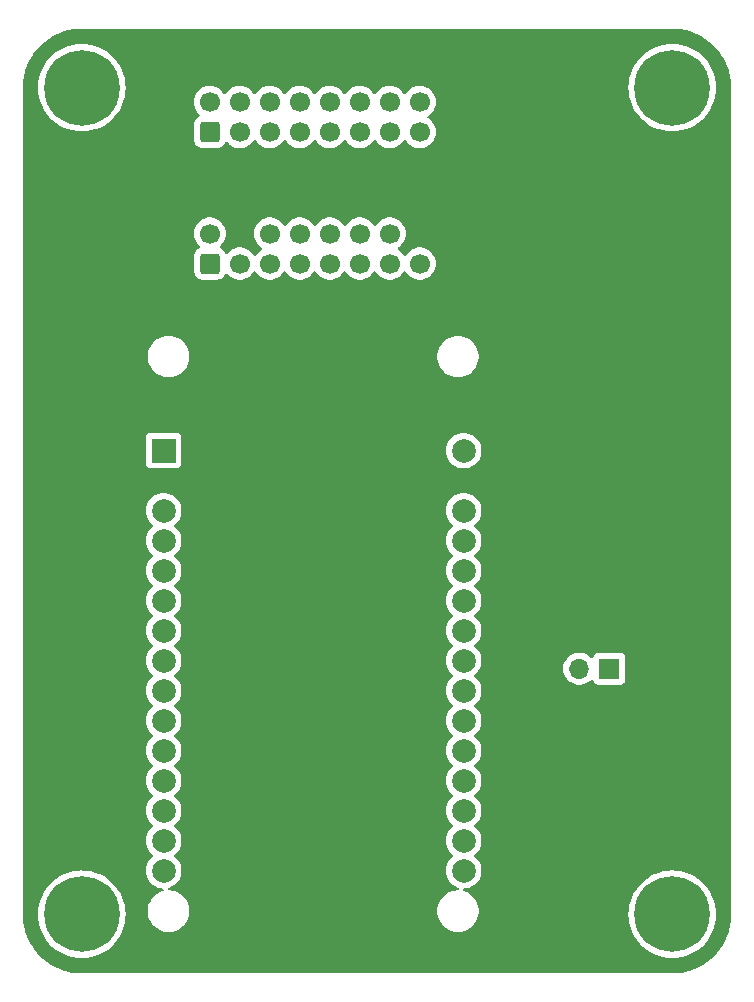
<source format=gbr>
%TF.GenerationSoftware,KiCad,Pcbnew,7.0.1-3b83917a11~172~ubuntu22.04.1*%
%TF.CreationDate,2023-03-21T01:48:29+08:00*%
%TF.ProjectId,PX Martix Board,5058204d-6172-4746-9978-20426f617264,rev?*%
%TF.SameCoordinates,Original*%
%TF.FileFunction,Copper,L3,Inr*%
%TF.FilePolarity,Positive*%
%FSLAX46Y46*%
G04 Gerber Fmt 4.6, Leading zero omitted, Abs format (unit mm)*
G04 Created by KiCad (PCBNEW 7.0.1-3b83917a11~172~ubuntu22.04.1) date 2023-03-21 01:48:29*
%MOMM*%
%LPD*%
G01*
G04 APERTURE LIST*
G04 Aperture macros list*
%AMRoundRect*
0 Rectangle with rounded corners*
0 $1 Rounding radius*
0 $2 $3 $4 $5 $6 $7 $8 $9 X,Y pos of 4 corners*
0 Add a 4 corners polygon primitive as box body*
4,1,4,$2,$3,$4,$5,$6,$7,$8,$9,$2,$3,0*
0 Add four circle primitives for the rounded corners*
1,1,$1+$1,$2,$3*
1,1,$1+$1,$4,$5*
1,1,$1+$1,$6,$7*
1,1,$1+$1,$8,$9*
0 Add four rect primitives between the rounded corners*
20,1,$1+$1,$2,$3,$4,$5,0*
20,1,$1+$1,$4,$5,$6,$7,0*
20,1,$1+$1,$6,$7,$8,$9,0*
20,1,$1+$1,$8,$9,$2,$3,0*%
G04 Aperture macros list end*
%TA.AperFunction,ComponentPad*%
%ADD10R,2.000000X2.000000*%
%TD*%
%TA.AperFunction,ComponentPad*%
%ADD11C,2.000000*%
%TD*%
%TA.AperFunction,ComponentPad*%
%ADD12C,0.800000*%
%TD*%
%TA.AperFunction,ComponentPad*%
%ADD13C,6.400000*%
%TD*%
%TA.AperFunction,ComponentPad*%
%ADD14RoundRect,0.250000X0.600000X-0.600000X0.600000X0.600000X-0.600000X0.600000X-0.600000X-0.600000X0*%
%TD*%
%TA.AperFunction,ComponentPad*%
%ADD15C,1.700000*%
%TD*%
%TA.AperFunction,ComponentPad*%
%ADD16R,1.700000X1.700000*%
%TD*%
%TA.AperFunction,ComponentPad*%
%ADD17O,1.700000X1.700000*%
%TD*%
G04 APERTURE END LIST*
D10*
%TO.N,unconnected-(U1-Pad1)*%
%TO.C,U1*%
X113930000Y-74729472D03*
D11*
%TO.N,GND*%
X113930000Y-77269472D03*
%TO.N,E*%
X113930000Y-79809472D03*
%TO.N,P_OE*%
X113930000Y-82349472D03*
%TO.N,unconnected-(U1-Pad5)*%
X113930000Y-84889472D03*
%TO.N,unconnected-(U1-Pad6)*%
X113930000Y-87429472D03*
%TO.N,unconnected-(U1-Pad7)*%
X113930000Y-89969472D03*
%TO.N,D*%
X113930000Y-92509472D03*
%TO.N,C*%
X113930000Y-95049472D03*
%TO.N,A*%
X113930000Y-97589472D03*
%TO.N,unconnected-(U1-Pad11)*%
X113930000Y-100129472D03*
%TO.N,unconnected-(U1-Pad12)*%
X113930000Y-102669472D03*
%TO.N,unconnected-(U1-Pad13)*%
X113930000Y-105209472D03*
%TO.N,STB{slash}LAT*%
X113930000Y-107749472D03*
%TO.N,B*%
X113930000Y-110289472D03*
%TO.N,unconnected-(U1-Pad16)*%
X139330000Y-110289472D03*
%TO.N,unconnected-(U1-Pad17)*%
X139330000Y-107749472D03*
%TO.N,unconnected-(U1-Pad18)*%
X139330000Y-105209472D03*
%TO.N,unconnected-(U1-Pad19)*%
X139330000Y-102669472D03*
%TO.N,unconnected-(U1-Pad20)*%
X139330000Y-100129472D03*
%TO.N,unconnected-(U1-Pad21)*%
X139330000Y-97589472D03*
%TO.N,unconnected-(U1-Pad22)*%
X139330000Y-95049472D03*
%TO.N,unconnected-(U1-Pad23)*%
X139330000Y-92509472D03*
%TO.N,unconnected-(U1-Pad24)*%
X139330000Y-89969472D03*
%TO.N,unconnected-(U1-Pad25)*%
X139330000Y-87429472D03*
%TO.N,CLK*%
X139330000Y-84889472D03*
%TO.N,unconnected-(U1-Pad27)*%
X139330000Y-82349472D03*
%TO.N,R0_L*%
X139330000Y-79809472D03*
%TO.N,GND*%
X139330000Y-77269472D03*
%TO.N,+5V*%
X139330000Y-74729472D03*
%TD*%
D12*
%TO.N,N/C*%
%TO.C,M3*%
X157000000Y-46400000D03*
X154600000Y-44000000D03*
X158697056Y-45697056D03*
D13*
X157000000Y-44000000D03*
D12*
X155302944Y-45697056D03*
X159400000Y-44000000D03*
X158697056Y-42302944D03*
X157000000Y-41600000D03*
X155302944Y-42302944D03*
%TD*%
D14*
%TO.N,R1_L{slash}R0_R*%
%TO.C,J3*%
X117840000Y-47752500D03*
D15*
%TO.N,G1_L{slash}G0_R*%
X117840000Y-45212500D03*
%TO.N,B1_L{slash}B0_R*%
X120380000Y-47752500D03*
%TO.N,unconnected-(J3-Pad4)*%
X120380000Y-45212500D03*
%TO.N,G0_L{slash}R1_R*%
X122920000Y-47752500D03*
%TO.N,B0_L{slash}G1_R*%
X122920000Y-45212500D03*
%TO.N,unconnected-(J3-Pad7)*%
X125460000Y-47752500D03*
%TO.N,unconnected-(J3-Pad8)*%
X125460000Y-45212500D03*
%TO.N,unconnected-(J3-Pad9)*%
X128000000Y-47752500D03*
%TO.N,unconnected-(J3-Pad10)*%
X128000000Y-45212500D03*
%TO.N,unconnected-(J3-Pad11)*%
X130540000Y-47752500D03*
%TO.N,unconnected-(J3-Pad12)*%
X130540000Y-45212500D03*
%TO.N,unconnected-(J3-Pad13)*%
X133080000Y-47752500D03*
%TO.N,unconnected-(J3-Pad14)*%
X133080000Y-45212500D03*
%TO.N,unconnected-(J3-Pad15)*%
X135620000Y-47752500D03*
%TO.N,unconnected-(J3-Pad16)*%
X135620000Y-45212500D03*
%TD*%
D13*
%TO.N,N/C*%
%TO.C,M3*%
X157000000Y-114000000D03*
D12*
X158697056Y-115697056D03*
X155302944Y-115697056D03*
X157000000Y-116400000D03*
X155302944Y-112302944D03*
X159400000Y-114000000D03*
X154600000Y-114000000D03*
X158697056Y-112302944D03*
X157000000Y-111600000D03*
%TD*%
%TO.N,N/C*%
%TO.C,M3*%
X105302944Y-42302944D03*
X105302944Y-45697056D03*
X109400000Y-44000000D03*
X108697056Y-45697056D03*
X108697056Y-42302944D03*
X107000000Y-46400000D03*
X107000000Y-41600000D03*
D13*
X107000000Y-44000000D03*
D12*
X104600000Y-44000000D03*
%TD*%
D14*
%TO.N,R0_L*%
%TO.C,J2*%
X117840000Y-58896972D03*
D15*
%TO.N,G0_L{slash}R1_R*%
X117840000Y-56356972D03*
%TO.N,B0_L{slash}G1_R*%
X120380000Y-58896972D03*
%TO.N,GND*%
X120380000Y-56356972D03*
%TO.N,R1_L{slash}R0_R*%
X122920000Y-58896972D03*
%TO.N,G1_L{slash}G0_R*%
X122920000Y-56356972D03*
%TO.N,B1_L{slash}B0_R*%
X125460000Y-58896972D03*
%TO.N,E*%
X125460000Y-56356972D03*
%TO.N,A*%
X128000000Y-58896972D03*
%TO.N,B*%
X128000000Y-56356972D03*
%TO.N,C*%
X130540000Y-58896972D03*
%TO.N,D*%
X130540000Y-56356972D03*
%TO.N,CLK*%
X133080000Y-58896972D03*
%TO.N,STB{slash}LAT*%
X133080000Y-56356972D03*
%TO.N,P_OE*%
X135620000Y-58896972D03*
%TO.N,GND*%
X135620000Y-56356972D03*
%TD*%
D16*
%TO.N,+5V*%
%TO.C,J1*%
X151670000Y-93200000D03*
D17*
X149130000Y-93200000D03*
%TO.N,GND*%
X146590000Y-93200000D03*
X144050000Y-93200000D03*
%TD*%
D12*
%TO.N,N/C*%
%TO.C,M3*%
X108697056Y-115697056D03*
X105302944Y-112302944D03*
X105302944Y-115697056D03*
X104600000Y-114000000D03*
X109400000Y-114000000D03*
X107000000Y-116400000D03*
X107000000Y-111600000D03*
D13*
X107000000Y-114000000D03*
D12*
X108697056Y-112302944D03*
%TD*%
%TA.AperFunction,Conductor*%
%TO.N,GND*%
G36*
X157002610Y-39000608D02*
G01*
X157008781Y-39000863D01*
X157217403Y-39009491D01*
X157413375Y-39018048D01*
X157423423Y-39018893D01*
X157636807Y-39045491D01*
X157834874Y-39071568D01*
X157844273Y-39073170D01*
X158053521Y-39117044D01*
X158054833Y-39117327D01*
X158250312Y-39160664D01*
X158258953Y-39162905D01*
X158463679Y-39223855D01*
X158465355Y-39224369D01*
X158656618Y-39284674D01*
X158664509Y-39287453D01*
X158863268Y-39365008D01*
X158865621Y-39365955D01*
X159050950Y-39442721D01*
X159058044Y-39445921D01*
X159249605Y-39539569D01*
X159252354Y-39540957D01*
X159430373Y-39633627D01*
X159436681Y-39637145D01*
X159619781Y-39746248D01*
X159622957Y-39748205D01*
X159792228Y-39856043D01*
X159797745Y-39859765D01*
X159971164Y-39983585D01*
X159974619Y-39986142D01*
X160133880Y-40108347D01*
X160138610Y-40112162D01*
X160301195Y-40249865D01*
X160304885Y-40253116D01*
X160452875Y-40388723D01*
X160456846Y-40392525D01*
X160607473Y-40543152D01*
X160611275Y-40547123D01*
X160746882Y-40695113D01*
X160750133Y-40698803D01*
X160887836Y-40861388D01*
X160891651Y-40866118D01*
X161013844Y-41025363D01*
X161016426Y-41028851D01*
X161140233Y-41202254D01*
X161143955Y-41207770D01*
X161251776Y-41377014D01*
X161253750Y-41380217D01*
X161362853Y-41563317D01*
X161366375Y-41569633D01*
X161459010Y-41747582D01*
X161460444Y-41750424D01*
X161554071Y-41941941D01*
X161557283Y-41949062D01*
X161634030Y-42134346D01*
X161635002Y-42136762D01*
X161712541Y-42335478D01*
X161715328Y-42343391D01*
X161775583Y-42534493D01*
X161776177Y-42536430D01*
X161837089Y-42741030D01*
X161839340Y-42749711D01*
X161882660Y-42945117D01*
X161882965Y-42946531D01*
X161926827Y-43155721D01*
X161928431Y-43165131D01*
X161954476Y-43362954D01*
X161954586Y-43363816D01*
X161981103Y-43576555D01*
X161981951Y-43586643D01*
X161990513Y-43782727D01*
X161990525Y-43783017D01*
X161999392Y-43997389D01*
X161999500Y-44002596D01*
X161999500Y-113997404D01*
X161999392Y-114002611D01*
X161990525Y-114216982D01*
X161990513Y-114217272D01*
X161981951Y-114413355D01*
X161981103Y-114423443D01*
X161954586Y-114636182D01*
X161954476Y-114637044D01*
X161928431Y-114834867D01*
X161926827Y-114844277D01*
X161882965Y-115053467D01*
X161882660Y-115054881D01*
X161839340Y-115250287D01*
X161837089Y-115258968D01*
X161776177Y-115463568D01*
X161775583Y-115465505D01*
X161715328Y-115656607D01*
X161712541Y-115664520D01*
X161635002Y-115863236D01*
X161634030Y-115865652D01*
X161557283Y-116050936D01*
X161554071Y-116058057D01*
X161460444Y-116249574D01*
X161459010Y-116252416D01*
X161366375Y-116430365D01*
X161362853Y-116436681D01*
X161253750Y-116619781D01*
X161251776Y-116622984D01*
X161143955Y-116792228D01*
X161140233Y-116797744D01*
X161016426Y-116971147D01*
X161013844Y-116974635D01*
X160891651Y-117133880D01*
X160887836Y-117138610D01*
X160750133Y-117301195D01*
X160746882Y-117304885D01*
X160611275Y-117452875D01*
X160607473Y-117456846D01*
X160456846Y-117607473D01*
X160452875Y-117611275D01*
X160304885Y-117746882D01*
X160301195Y-117750133D01*
X160138610Y-117887836D01*
X160133880Y-117891651D01*
X159974635Y-118013844D01*
X159971147Y-118016426D01*
X159797744Y-118140233D01*
X159792228Y-118143955D01*
X159622984Y-118251776D01*
X159619781Y-118253750D01*
X159436681Y-118362853D01*
X159430365Y-118366375D01*
X159252416Y-118459010D01*
X159249574Y-118460444D01*
X159058057Y-118554071D01*
X159050936Y-118557283D01*
X158865652Y-118634030D01*
X158863236Y-118635002D01*
X158664520Y-118712541D01*
X158656607Y-118715328D01*
X158465505Y-118775583D01*
X158463568Y-118776177D01*
X158258968Y-118837089D01*
X158250287Y-118839340D01*
X158054881Y-118882660D01*
X158053467Y-118882965D01*
X157844277Y-118926827D01*
X157834867Y-118928431D01*
X157637044Y-118954476D01*
X157636182Y-118954586D01*
X157423443Y-118981103D01*
X157413354Y-118981951D01*
X157217291Y-118990512D01*
X157217002Y-118990524D01*
X157002611Y-118999392D01*
X156997404Y-118999500D01*
X107002596Y-118999500D01*
X106997389Y-118999392D01*
X106782996Y-118990524D01*
X106782707Y-118990512D01*
X106586644Y-118981951D01*
X106576555Y-118981103D01*
X106363816Y-118954586D01*
X106362954Y-118954476D01*
X106165131Y-118928431D01*
X106155721Y-118926827D01*
X105946531Y-118882965D01*
X105945117Y-118882660D01*
X105749711Y-118839340D01*
X105741030Y-118837089D01*
X105536430Y-118776177D01*
X105534493Y-118775583D01*
X105343391Y-118715328D01*
X105335478Y-118712541D01*
X105136762Y-118635002D01*
X105134346Y-118634030D01*
X104949062Y-118557283D01*
X104941941Y-118554071D01*
X104750424Y-118460444D01*
X104747582Y-118459010D01*
X104569633Y-118366375D01*
X104563317Y-118362853D01*
X104380217Y-118253750D01*
X104377014Y-118251776D01*
X104207770Y-118143955D01*
X104202254Y-118140233D01*
X104028851Y-118016426D01*
X104025363Y-118013844D01*
X103866118Y-117891651D01*
X103861388Y-117887836D01*
X103698803Y-117750133D01*
X103695113Y-117746882D01*
X103547123Y-117611275D01*
X103543152Y-117607473D01*
X103392525Y-117456846D01*
X103388723Y-117452875D01*
X103253116Y-117304885D01*
X103249865Y-117301195D01*
X103112162Y-117138610D01*
X103108347Y-117133880D01*
X102986154Y-116974635D01*
X102983572Y-116971147D01*
X102859765Y-116797744D01*
X102856043Y-116792228D01*
X102835339Y-116759729D01*
X102748205Y-116622957D01*
X102746248Y-116619781D01*
X102637145Y-116436681D01*
X102633623Y-116430365D01*
X102540957Y-116252354D01*
X102539554Y-116249574D01*
X102514380Y-116198080D01*
X102445921Y-116058044D01*
X102442721Y-116050950D01*
X102365955Y-115865621D01*
X102364996Y-115863236D01*
X102287457Y-115664520D01*
X102284670Y-115656607D01*
X102224369Y-115465355D01*
X102223855Y-115463679D01*
X102162905Y-115258953D01*
X102160664Y-115250312D01*
X102117327Y-115054833D01*
X102117033Y-115053467D01*
X102111495Y-115027057D01*
X102073170Y-114844273D01*
X102071567Y-114834867D01*
X102068813Y-114813946D01*
X102045491Y-114636807D01*
X102018893Y-114423423D01*
X102018048Y-114413375D01*
X102009484Y-114217218D01*
X102000608Y-114002611D01*
X102000554Y-114000000D01*
X103286410Y-114000000D01*
X103306753Y-114388170D01*
X103367562Y-114772099D01*
X103468167Y-115147563D01*
X103607467Y-115510451D01*
X103783938Y-115856795D01*
X103995643Y-116182793D01*
X104240270Y-116484881D01*
X104515118Y-116759729D01*
X104515123Y-116759733D01*
X104515124Y-116759734D01*
X104817207Y-117004357D01*
X105143205Y-117216062D01*
X105489547Y-117392532D01*
X105852438Y-117531833D01*
X106227901Y-117632438D01*
X106611824Y-117693246D01*
X107000000Y-117713589D01*
X107388176Y-117693246D01*
X107772099Y-117632438D01*
X108147562Y-117531833D01*
X108510453Y-117392532D01*
X108856795Y-117216062D01*
X109182793Y-117004357D01*
X109484876Y-116759734D01*
X109759734Y-116484876D01*
X110004357Y-116182793D01*
X110216062Y-115856795D01*
X110392532Y-115510453D01*
X110531833Y-115147562D01*
X110632438Y-114772099D01*
X110693246Y-114388176D01*
X110713589Y-114000000D01*
X110693246Y-113611824D01*
X110632438Y-113227901D01*
X110531833Y-112852438D01*
X110392532Y-112489547D01*
X110216062Y-112143206D01*
X110004357Y-111817207D01*
X109759734Y-111515124D01*
X109759733Y-111515123D01*
X109759729Y-111515118D01*
X109484881Y-111240270D01*
X109182793Y-110995643D01*
X108856795Y-110783938D01*
X108510451Y-110607467D01*
X108147563Y-110468167D01*
X107772099Y-110367562D01*
X107388170Y-110306753D01*
X107058427Y-110289472D01*
X112416835Y-110289472D01*
X112435464Y-110526183D01*
X112490895Y-110757066D01*
X112581761Y-110976438D01*
X112705823Y-111178887D01*
X112860030Y-111359441D01*
X113040584Y-111513648D01*
X113243033Y-111637710D01*
X113243035Y-111637710D01*
X113243037Y-111637712D01*
X113462406Y-111728577D01*
X113630410Y-111768911D01*
X113693288Y-111784007D01*
X113745622Y-111788125D01*
X113814619Y-111793556D01*
X113880611Y-111818577D01*
X113922797Y-111875158D01*
X113927941Y-111945547D01*
X113894429Y-112007659D01*
X113840928Y-112037465D01*
X113841374Y-112038602D01*
X113832964Y-112041902D01*
X113832775Y-112042008D01*
X113832585Y-112042051D01*
X113588356Y-112137904D01*
X113361146Y-112269084D01*
X113361143Y-112269086D01*
X113156019Y-112432667D01*
X113017525Y-112581927D01*
X112977563Y-112624997D01*
X112829772Y-112841767D01*
X112715936Y-113078148D01*
X112638605Y-113328853D01*
X112638604Y-113328857D01*
X112599500Y-113588290D01*
X112599500Y-113850654D01*
X112638604Y-114110087D01*
X112638605Y-114110090D01*
X112715936Y-114360795D01*
X112829772Y-114597176D01*
X112977563Y-114813946D01*
X112977565Y-114813948D01*
X112977567Y-114813951D01*
X113156019Y-115006277D01*
X113361143Y-115169858D01*
X113588357Y-115301040D01*
X113832584Y-115396892D01*
X114088370Y-115455274D01*
X114284506Y-115469972D01*
X114415489Y-115469972D01*
X114415494Y-115469972D01*
X114611630Y-115455274D01*
X114867416Y-115396892D01*
X115111643Y-115301040D01*
X115338857Y-115169858D01*
X115543981Y-115006277D01*
X115722433Y-114813951D01*
X115870228Y-114597176D01*
X115984063Y-114360795D01*
X116061396Y-114110087D01*
X116100500Y-113850654D01*
X137109500Y-113850654D01*
X137148604Y-114110087D01*
X137148605Y-114110090D01*
X137225936Y-114360795D01*
X137339772Y-114597176D01*
X137487563Y-114813946D01*
X137487565Y-114813948D01*
X137487567Y-114813951D01*
X137666019Y-115006277D01*
X137871143Y-115169858D01*
X138098357Y-115301040D01*
X138342584Y-115396892D01*
X138598370Y-115455274D01*
X138794506Y-115469972D01*
X138925489Y-115469972D01*
X138925494Y-115469972D01*
X139121630Y-115455274D01*
X139377416Y-115396892D01*
X139621643Y-115301040D01*
X139848857Y-115169858D01*
X140053981Y-115006277D01*
X140232433Y-114813951D01*
X140380228Y-114597176D01*
X140494063Y-114360795D01*
X140571396Y-114110087D01*
X140587989Y-113999999D01*
X153286410Y-113999999D01*
X153306753Y-114388170D01*
X153367562Y-114772099D01*
X153468167Y-115147563D01*
X153607467Y-115510451D01*
X153783938Y-115856795D01*
X153995643Y-116182793D01*
X154240270Y-116484881D01*
X154515118Y-116759729D01*
X154515123Y-116759733D01*
X154515124Y-116759734D01*
X154817207Y-117004357D01*
X155143205Y-117216062D01*
X155489547Y-117392532D01*
X155852438Y-117531833D01*
X156227901Y-117632438D01*
X156611824Y-117693246D01*
X157000000Y-117713589D01*
X157388176Y-117693246D01*
X157772099Y-117632438D01*
X158147562Y-117531833D01*
X158510453Y-117392532D01*
X158856795Y-117216062D01*
X159182793Y-117004357D01*
X159484876Y-116759734D01*
X159759734Y-116484876D01*
X160004357Y-116182793D01*
X160216062Y-115856795D01*
X160392532Y-115510453D01*
X160531833Y-115147562D01*
X160632438Y-114772099D01*
X160693246Y-114388176D01*
X160713589Y-114000000D01*
X160693246Y-113611824D01*
X160632438Y-113227901D01*
X160531833Y-112852438D01*
X160392532Y-112489547D01*
X160216062Y-112143206D01*
X160004357Y-111817207D01*
X159759734Y-111515124D01*
X159759733Y-111515123D01*
X159759729Y-111515118D01*
X159484881Y-111240270D01*
X159182793Y-110995643D01*
X158856795Y-110783938D01*
X158510451Y-110607467D01*
X158147563Y-110468167D01*
X157772099Y-110367562D01*
X157388170Y-110306753D01*
X157000000Y-110286410D01*
X156611829Y-110306753D01*
X156227900Y-110367562D01*
X155852436Y-110468167D01*
X155489548Y-110607467D01*
X155143205Y-110783938D01*
X154817206Y-110995643D01*
X154515118Y-111240270D01*
X154240270Y-111515118D01*
X153995643Y-111817206D01*
X153783938Y-112143205D01*
X153607467Y-112489548D01*
X153468167Y-112852436D01*
X153367562Y-113227900D01*
X153306753Y-113611829D01*
X153286410Y-113999999D01*
X140587989Y-113999999D01*
X140610500Y-113850654D01*
X140610500Y-113588290D01*
X140571396Y-113328857D01*
X140494063Y-113078149D01*
X140380228Y-112841768D01*
X140232433Y-112624993D01*
X140053981Y-112432667D01*
X139848857Y-112269086D01*
X139621643Y-112137904D01*
X139377416Y-112042052D01*
X139377417Y-112042052D01*
X139370858Y-112039478D01*
X139317274Y-111999340D01*
X139291815Y-111937419D01*
X139301670Y-111871197D01*
X139344055Y-111819373D01*
X139407003Y-111796576D01*
X139566711Y-111784007D01*
X139797594Y-111728577D01*
X140016963Y-111637712D01*
X140219416Y-111513648D01*
X140399969Y-111359441D01*
X140554176Y-111178888D01*
X140678240Y-110976435D01*
X140769105Y-110757066D01*
X140824535Y-110526183D01*
X140843165Y-110289472D01*
X140824535Y-110052761D01*
X140769105Y-109821878D01*
X140678240Y-109602509D01*
X140554176Y-109400056D01*
X140399969Y-109219503D01*
X140277942Y-109115282D01*
X140245348Y-109072223D01*
X140233774Y-109019472D01*
X140245348Y-108966721D01*
X140277943Y-108923661D01*
X140277944Y-108923660D01*
X140399969Y-108819441D01*
X140554176Y-108638888D01*
X140678240Y-108436435D01*
X140769105Y-108217066D01*
X140824535Y-107986183D01*
X140843165Y-107749472D01*
X140824535Y-107512761D01*
X140769105Y-107281878D01*
X140678240Y-107062509D01*
X140554176Y-106860056D01*
X140399969Y-106679503D01*
X140277941Y-106575281D01*
X140245347Y-106532222D01*
X140233773Y-106479470D01*
X140245347Y-106426719D01*
X140277938Y-106383665D01*
X140399969Y-106279441D01*
X140554176Y-106098888D01*
X140678240Y-105896435D01*
X140769105Y-105677066D01*
X140824535Y-105446183D01*
X140843165Y-105209472D01*
X140824535Y-104972761D01*
X140769105Y-104741878D01*
X140678240Y-104522509D01*
X140554176Y-104320056D01*
X140399969Y-104139503D01*
X140277941Y-104035281D01*
X140245347Y-103992222D01*
X140233773Y-103939470D01*
X140245347Y-103886719D01*
X140277938Y-103843665D01*
X140399969Y-103739441D01*
X140554176Y-103558888D01*
X140678240Y-103356435D01*
X140769105Y-103137066D01*
X140824535Y-102906183D01*
X140843165Y-102669472D01*
X140824535Y-102432761D01*
X140769105Y-102201878D01*
X140678240Y-101982509D01*
X140554176Y-101780056D01*
X140554175Y-101780055D01*
X140399969Y-101599502D01*
X140277943Y-101495283D01*
X140245347Y-101452223D01*
X140233773Y-101399472D01*
X140245347Y-101346721D01*
X140277943Y-101303661D01*
X140399969Y-101199441D01*
X140399972Y-101199438D01*
X140554176Y-101018888D01*
X140678240Y-100816435D01*
X140769105Y-100597066D01*
X140824535Y-100366183D01*
X140843165Y-100129472D01*
X140824535Y-99892761D01*
X140769105Y-99661878D01*
X140678240Y-99442509D01*
X140554176Y-99240056D01*
X140554175Y-99240055D01*
X140399969Y-99059502D01*
X140277943Y-98955283D01*
X140245347Y-98912223D01*
X140233773Y-98859472D01*
X140245347Y-98806721D01*
X140277943Y-98763661D01*
X140399969Y-98659441D01*
X140399972Y-98659438D01*
X140554176Y-98478888D01*
X140678240Y-98276435D01*
X140769105Y-98057066D01*
X140824535Y-97826183D01*
X140843165Y-97589472D01*
X140824535Y-97352761D01*
X140769105Y-97121878D01*
X140678240Y-96902509D01*
X140554176Y-96700056D01*
X140399969Y-96519503D01*
X140277942Y-96415282D01*
X140245348Y-96372223D01*
X140233774Y-96319472D01*
X140245348Y-96266721D01*
X140277943Y-96223661D01*
X140399969Y-96119441D01*
X140554176Y-95938888D01*
X140678240Y-95736435D01*
X140769105Y-95517066D01*
X140824535Y-95286183D01*
X140843165Y-95049472D01*
X140824535Y-94812761D01*
X140769105Y-94581878D01*
X140678240Y-94362509D01*
X140637607Y-94296203D01*
X140554176Y-94160056D01*
X140399971Y-93979505D01*
X140278035Y-93875362D01*
X140277942Y-93875282D01*
X140245348Y-93832223D01*
X140233774Y-93779472D01*
X140245348Y-93726721D01*
X140277943Y-93683661D01*
X140277944Y-93683660D01*
X140399969Y-93579441D01*
X140554176Y-93398888D01*
X140676055Y-93200000D01*
X147766844Y-93200000D01*
X147785436Y-93424368D01*
X147785436Y-93424371D01*
X147785437Y-93424372D01*
X147840702Y-93642611D01*
X147931139Y-93848790D01*
X148054277Y-94037267D01*
X148054278Y-94037268D01*
X148167313Y-94160056D01*
X148206762Y-94202908D01*
X148326629Y-94296205D01*
X148384424Y-94341189D01*
X148582426Y-94448342D01*
X148795365Y-94521444D01*
X149017431Y-94558500D01*
X149242566Y-94558500D01*
X149242569Y-94558500D01*
X149464635Y-94521444D01*
X149677574Y-94448342D01*
X149875576Y-94341189D01*
X150053240Y-94202906D01*
X150114246Y-94136635D01*
X150167716Y-94102238D01*
X150231177Y-94098327D01*
X150288469Y-94125903D01*
X150325000Y-94177942D01*
X150369109Y-94296203D01*
X150456738Y-94413261D01*
X150573794Y-94500888D01*
X150573795Y-94500888D01*
X150573796Y-94500889D01*
X150710799Y-94551989D01*
X150771362Y-94558500D01*
X152568638Y-94558500D01*
X152629201Y-94551989D01*
X152766204Y-94500889D01*
X152883261Y-94413261D01*
X152970889Y-94296204D01*
X153021989Y-94159201D01*
X153028500Y-94098638D01*
X153028500Y-92301362D01*
X153021989Y-92240799D01*
X152970889Y-92103796D01*
X152970888Y-92103794D01*
X152883261Y-91986738D01*
X152766205Y-91899111D01*
X152697702Y-91873560D01*
X152629201Y-91848011D01*
X152568638Y-91841500D01*
X150771362Y-91841500D01*
X150710799Y-91848011D01*
X150573794Y-91899111D01*
X150456738Y-91986738D01*
X150369109Y-92103796D01*
X150325000Y-92222057D01*
X150288469Y-92274096D01*
X150231178Y-92301672D01*
X150167716Y-92297762D01*
X150114245Y-92263362D01*
X150053240Y-92197094D01*
X150053239Y-92197093D01*
X150053237Y-92197091D01*
X149875578Y-92058812D01*
X149677573Y-91951657D01*
X149524510Y-91899111D01*
X149464635Y-91878556D01*
X149242569Y-91841500D01*
X149017431Y-91841500D01*
X148795365Y-91878556D01*
X148795362Y-91878556D01*
X148795362Y-91878557D01*
X148582426Y-91951657D01*
X148384421Y-92058812D01*
X148206762Y-92197091D01*
X148054278Y-92362731D01*
X147931139Y-92551209D01*
X147840702Y-92757388D01*
X147785437Y-92975627D01*
X147785436Y-92975632D01*
X147766844Y-93200000D01*
X140676055Y-93200000D01*
X140678240Y-93196435D01*
X140769105Y-92977066D01*
X140824535Y-92746183D01*
X140843165Y-92509472D01*
X140824535Y-92272761D01*
X140769105Y-92041878D01*
X140678240Y-91822509D01*
X140554176Y-91620056D01*
X140554175Y-91620055D01*
X140399969Y-91439502D01*
X140277943Y-91335283D01*
X140245347Y-91292223D01*
X140233773Y-91239472D01*
X140245347Y-91186721D01*
X140277943Y-91143661D01*
X140399969Y-91039441D01*
X140399972Y-91039438D01*
X140554176Y-90858888D01*
X140678240Y-90656435D01*
X140769105Y-90437066D01*
X140824535Y-90206183D01*
X140843165Y-89969472D01*
X140824535Y-89732761D01*
X140769105Y-89501878D01*
X140678240Y-89282509D01*
X140554176Y-89080056D01*
X140399969Y-88899502D01*
X140277943Y-88795283D01*
X140245347Y-88752223D01*
X140233773Y-88699472D01*
X140245347Y-88646721D01*
X140277943Y-88603661D01*
X140399969Y-88499441D01*
X140399972Y-88499438D01*
X140554176Y-88318888D01*
X140678240Y-88116435D01*
X140769105Y-87897066D01*
X140824535Y-87666183D01*
X140843165Y-87429472D01*
X140824535Y-87192761D01*
X140769105Y-86961878D01*
X140678240Y-86742509D01*
X140554176Y-86540056D01*
X140399969Y-86359503D01*
X140277942Y-86255282D01*
X140245348Y-86212223D01*
X140233774Y-86159472D01*
X140245348Y-86106721D01*
X140277943Y-86063661D01*
X140399969Y-85959441D01*
X140554176Y-85778888D01*
X140678240Y-85576435D01*
X140769105Y-85357066D01*
X140824535Y-85126183D01*
X140843165Y-84889472D01*
X140824535Y-84652761D01*
X140769105Y-84421878D01*
X140678240Y-84202509D01*
X140554176Y-84000056D01*
X140399969Y-83819502D01*
X140277943Y-83715283D01*
X140245347Y-83672223D01*
X140233773Y-83619472D01*
X140245347Y-83566721D01*
X140277943Y-83523661D01*
X140399969Y-83419441D01*
X140399972Y-83419438D01*
X140554176Y-83238888D01*
X140678240Y-83036435D01*
X140769105Y-82817066D01*
X140824535Y-82586183D01*
X140843165Y-82349472D01*
X140824535Y-82112761D01*
X140769105Y-81881878D01*
X140678240Y-81662509D01*
X140554176Y-81460056D01*
X140399969Y-81279502D01*
X140277943Y-81175283D01*
X140245347Y-81132223D01*
X140233773Y-81079472D01*
X140245347Y-81026721D01*
X140277943Y-80983661D01*
X140399969Y-80879441D01*
X140399972Y-80879438D01*
X140554176Y-80698888D01*
X140678240Y-80496435D01*
X140769105Y-80277066D01*
X140824535Y-80046183D01*
X140843165Y-79809472D01*
X140824535Y-79572761D01*
X140769105Y-79341878D01*
X140678240Y-79122509D01*
X140554176Y-78920056D01*
X140399969Y-78739502D01*
X140219415Y-78585295D01*
X140016966Y-78461233D01*
X139797594Y-78370367D01*
X139566711Y-78314936D01*
X139330000Y-78296307D01*
X139093288Y-78314936D01*
X138862405Y-78370367D01*
X138643033Y-78461233D01*
X138440584Y-78585295D01*
X138260030Y-78739502D01*
X138105823Y-78920056D01*
X137981761Y-79122505D01*
X137890895Y-79341877D01*
X137835464Y-79572760D01*
X137816835Y-79809472D01*
X137835464Y-80046183D01*
X137890895Y-80277066D01*
X137981761Y-80496438D01*
X138105823Y-80698887D01*
X138105824Y-80698888D01*
X138260031Y-80879441D01*
X138382057Y-80983661D01*
X138414652Y-81026721D01*
X138426226Y-81079472D01*
X138414652Y-81132223D01*
X138382057Y-81175283D01*
X138260028Y-81279505D01*
X138105823Y-81460056D01*
X137981761Y-81662505D01*
X137890895Y-81881877D01*
X137835464Y-82112760D01*
X137816835Y-82349471D01*
X137835464Y-82586183D01*
X137890895Y-82817066D01*
X137981761Y-83036438D01*
X138105823Y-83238887D01*
X138105824Y-83238888D01*
X138260031Y-83419441D01*
X138382057Y-83523661D01*
X138414652Y-83566721D01*
X138426226Y-83619472D01*
X138414652Y-83672223D01*
X138382057Y-83715283D01*
X138260028Y-83819505D01*
X138105823Y-84000056D01*
X137981761Y-84202505D01*
X137890895Y-84421877D01*
X137835464Y-84652760D01*
X137816835Y-84889471D01*
X137835464Y-85126183D01*
X137890895Y-85357066D01*
X137981761Y-85576438D01*
X138105823Y-85778887D01*
X138105824Y-85778888D01*
X138260031Y-85959441D01*
X138382057Y-86063661D01*
X138414652Y-86106721D01*
X138426226Y-86159472D01*
X138414652Y-86212223D01*
X138382057Y-86255283D01*
X138260028Y-86359505D01*
X138105823Y-86540056D01*
X137981761Y-86742505D01*
X137890895Y-86961877D01*
X137835464Y-87192760D01*
X137816835Y-87429471D01*
X137835464Y-87666183D01*
X137890895Y-87897066D01*
X137981761Y-88116438D01*
X138105823Y-88318887D01*
X138105824Y-88318888D01*
X138260031Y-88499441D01*
X138382057Y-88603661D01*
X138414652Y-88646721D01*
X138426226Y-88699472D01*
X138414652Y-88752223D01*
X138382057Y-88795283D01*
X138260028Y-88899505D01*
X138105823Y-89080056D01*
X137981761Y-89282505D01*
X137890895Y-89501877D01*
X137835464Y-89732760D01*
X137816835Y-89969471D01*
X137835464Y-90206183D01*
X137890895Y-90437066D01*
X137981761Y-90656438D01*
X138105823Y-90858887D01*
X138105824Y-90858888D01*
X138260031Y-91039441D01*
X138382057Y-91143661D01*
X138414652Y-91186721D01*
X138426226Y-91239472D01*
X138414652Y-91292223D01*
X138382057Y-91335283D01*
X138260028Y-91439505D01*
X138105823Y-91620056D01*
X137981761Y-91822505D01*
X137890895Y-92041877D01*
X137835464Y-92272760D01*
X137816835Y-92509471D01*
X137835464Y-92746183D01*
X137890895Y-92977066D01*
X137981761Y-93196438D01*
X138105823Y-93398887D01*
X138105824Y-93398888D01*
X138260031Y-93579441D01*
X138382056Y-93683660D01*
X138382057Y-93683661D01*
X138414652Y-93726721D01*
X138426226Y-93779472D01*
X138414652Y-93832223D01*
X138382057Y-93875282D01*
X138354420Y-93898886D01*
X138260028Y-93979505D01*
X138105823Y-94160056D01*
X137981761Y-94362505D01*
X137890895Y-94581877D01*
X137835464Y-94812760D01*
X137816835Y-95049472D01*
X137835464Y-95286183D01*
X137890895Y-95517066D01*
X137981761Y-95736438D01*
X138105823Y-95938887D01*
X138105824Y-95938888D01*
X138260031Y-96119441D01*
X138382057Y-96223661D01*
X138414652Y-96266721D01*
X138426226Y-96319472D01*
X138414652Y-96372223D01*
X138382057Y-96415283D01*
X138260028Y-96519505D01*
X138105823Y-96700056D01*
X137981761Y-96902505D01*
X137890895Y-97121877D01*
X137835464Y-97352760D01*
X137816835Y-97589472D01*
X137835464Y-97826183D01*
X137890895Y-98057066D01*
X137981761Y-98276438D01*
X138105823Y-98478887D01*
X138105824Y-98478888D01*
X138260031Y-98659441D01*
X138382057Y-98763661D01*
X138414652Y-98806721D01*
X138426226Y-98859472D01*
X138414652Y-98912223D01*
X138382057Y-98955283D01*
X138260028Y-99059505D01*
X138105823Y-99240056D01*
X137981761Y-99442505D01*
X137890895Y-99661877D01*
X137835464Y-99892760D01*
X137816835Y-100129472D01*
X137835464Y-100366183D01*
X137890895Y-100597066D01*
X137981761Y-100816438D01*
X138105823Y-101018887D01*
X138105824Y-101018888D01*
X138260031Y-101199441D01*
X138382057Y-101303661D01*
X138414652Y-101346721D01*
X138426226Y-101399472D01*
X138414652Y-101452223D01*
X138382057Y-101495283D01*
X138260028Y-101599505D01*
X138105823Y-101780056D01*
X137981761Y-101982505D01*
X137890895Y-102201877D01*
X137835464Y-102432760D01*
X137816835Y-102669472D01*
X137835464Y-102906183D01*
X137890895Y-103137066D01*
X137981761Y-103356438D01*
X138105823Y-103558887D01*
X138260027Y-103739437D01*
X138260031Y-103739441D01*
X138382057Y-103843661D01*
X138414652Y-103886721D01*
X138426226Y-103939472D01*
X138414652Y-103992223D01*
X138382057Y-104035283D01*
X138260028Y-104139505D01*
X138105823Y-104320056D01*
X137981761Y-104522505D01*
X137890895Y-104741877D01*
X137835464Y-104972760D01*
X137816835Y-105209472D01*
X137835464Y-105446183D01*
X137890895Y-105677066D01*
X137981761Y-105896438D01*
X138105823Y-106098887D01*
X138260030Y-106279441D01*
X138349518Y-106355870D01*
X138382054Y-106383659D01*
X138382056Y-106383660D01*
X138414652Y-106426719D01*
X138426226Y-106479470D01*
X138414652Y-106532222D01*
X138382057Y-106575282D01*
X138260028Y-106679505D01*
X138105823Y-106860056D01*
X137981761Y-107062505D01*
X137890895Y-107281877D01*
X137835464Y-107512760D01*
X137816835Y-107749472D01*
X137835464Y-107986183D01*
X137890895Y-108217066D01*
X137981761Y-108436438D01*
X138105823Y-108638887D01*
X138260030Y-108819441D01*
X138382056Y-108923660D01*
X138414652Y-108966719D01*
X138426226Y-109019470D01*
X138414652Y-109072222D01*
X138382057Y-109115282D01*
X138260028Y-109219505D01*
X138105823Y-109400056D01*
X137981761Y-109602505D01*
X137890895Y-109821877D01*
X137835464Y-110052760D01*
X137816835Y-110289472D01*
X137835464Y-110526183D01*
X137890895Y-110757066D01*
X137981761Y-110976438D01*
X138105823Y-111178887D01*
X138260030Y-111359441D01*
X138440584Y-111513648D01*
X138643033Y-111637710D01*
X138643035Y-111637710D01*
X138643037Y-111637712D01*
X138857544Y-111726563D01*
X138911262Y-111768911D01*
X138934938Y-111833086D01*
X138921593Y-111900175D01*
X138875161Y-111950405D01*
X138809326Y-111968972D01*
X138794506Y-111968972D01*
X138654408Y-111979470D01*
X138598368Y-111983670D01*
X138342582Y-112042052D01*
X138098356Y-112137904D01*
X137871146Y-112269084D01*
X137871143Y-112269086D01*
X137666019Y-112432667D01*
X137527525Y-112581927D01*
X137487563Y-112624997D01*
X137339772Y-112841767D01*
X137225936Y-113078148D01*
X137148605Y-113328853D01*
X137148604Y-113328857D01*
X137109500Y-113588290D01*
X137109500Y-113850654D01*
X116100500Y-113850654D01*
X116100500Y-113588290D01*
X116061396Y-113328857D01*
X115984063Y-113078149D01*
X115870228Y-112841768D01*
X115722433Y-112624993D01*
X115543981Y-112432667D01*
X115338857Y-112269086D01*
X115111643Y-112137904D01*
X115111642Y-112137903D01*
X114867417Y-112042052D01*
X114611630Y-111983670D01*
X114436589Y-111970552D01*
X114373864Y-111948208D01*
X114331286Y-111897013D01*
X114320746Y-111831266D01*
X114345189Y-111769327D01*
X114397786Y-111728497D01*
X114616963Y-111637712D01*
X114819416Y-111513648D01*
X114999969Y-111359441D01*
X115154176Y-111178888D01*
X115278240Y-110976435D01*
X115369105Y-110757066D01*
X115424535Y-110526183D01*
X115443165Y-110289472D01*
X115424535Y-110052761D01*
X115369105Y-109821878D01*
X115278240Y-109602509D01*
X115154176Y-109400056D01*
X114999969Y-109219503D01*
X114877942Y-109115282D01*
X114845348Y-109072223D01*
X114833774Y-109019472D01*
X114845348Y-108966721D01*
X114877943Y-108923661D01*
X114877944Y-108923660D01*
X114999969Y-108819441D01*
X115154176Y-108638888D01*
X115278240Y-108436435D01*
X115369105Y-108217066D01*
X115424535Y-107986183D01*
X115443165Y-107749472D01*
X115424535Y-107512761D01*
X115369105Y-107281878D01*
X115278240Y-107062509D01*
X115154176Y-106860056D01*
X114999969Y-106679503D01*
X114877941Y-106575281D01*
X114845347Y-106532222D01*
X114833773Y-106479470D01*
X114845347Y-106426719D01*
X114877938Y-106383665D01*
X114999969Y-106279441D01*
X115154176Y-106098888D01*
X115278240Y-105896435D01*
X115369105Y-105677066D01*
X115424535Y-105446183D01*
X115443165Y-105209472D01*
X115424535Y-104972761D01*
X115369105Y-104741878D01*
X115278240Y-104522509D01*
X115154176Y-104320056D01*
X114999969Y-104139503D01*
X114877941Y-104035281D01*
X114845347Y-103992222D01*
X114833773Y-103939470D01*
X114845347Y-103886719D01*
X114877938Y-103843665D01*
X114999969Y-103739441D01*
X115154176Y-103558888D01*
X115278240Y-103356435D01*
X115369105Y-103137066D01*
X115424535Y-102906183D01*
X115443165Y-102669472D01*
X115424535Y-102432761D01*
X115369105Y-102201878D01*
X115278240Y-101982509D01*
X115154176Y-101780056D01*
X115154175Y-101780055D01*
X114999969Y-101599502D01*
X114877943Y-101495283D01*
X114845347Y-101452223D01*
X114833773Y-101399472D01*
X114845347Y-101346721D01*
X114877943Y-101303661D01*
X114999969Y-101199441D01*
X114999972Y-101199438D01*
X115154176Y-101018888D01*
X115278240Y-100816435D01*
X115369105Y-100597066D01*
X115424535Y-100366183D01*
X115443165Y-100129472D01*
X115424535Y-99892761D01*
X115369105Y-99661878D01*
X115278240Y-99442509D01*
X115154176Y-99240056D01*
X115154175Y-99240055D01*
X114999969Y-99059502D01*
X114877943Y-98955283D01*
X114845347Y-98912223D01*
X114833773Y-98859472D01*
X114845347Y-98806721D01*
X114877943Y-98763661D01*
X114999969Y-98659441D01*
X114999972Y-98659438D01*
X115154176Y-98478888D01*
X115278240Y-98276435D01*
X115369105Y-98057066D01*
X115424535Y-97826183D01*
X115443165Y-97589472D01*
X115424535Y-97352761D01*
X115369105Y-97121878D01*
X115278240Y-96902509D01*
X115154176Y-96700056D01*
X114999969Y-96519503D01*
X114877942Y-96415282D01*
X114845348Y-96372223D01*
X114833774Y-96319472D01*
X114845348Y-96266721D01*
X114877943Y-96223661D01*
X114999969Y-96119441D01*
X115154176Y-95938888D01*
X115278240Y-95736435D01*
X115369105Y-95517066D01*
X115424535Y-95286183D01*
X115443165Y-95049472D01*
X115424535Y-94812761D01*
X115369105Y-94581878D01*
X115278240Y-94362509D01*
X115237607Y-94296203D01*
X115154176Y-94160056D01*
X114999971Y-93979505D01*
X114878035Y-93875362D01*
X114877942Y-93875282D01*
X114845348Y-93832223D01*
X114833774Y-93779472D01*
X114845348Y-93726721D01*
X114877943Y-93683661D01*
X114877944Y-93683660D01*
X114999969Y-93579441D01*
X115154176Y-93398888D01*
X115278240Y-93196435D01*
X115369105Y-92977066D01*
X115424535Y-92746183D01*
X115443165Y-92509472D01*
X115424535Y-92272761D01*
X115369105Y-92041878D01*
X115278240Y-91822509D01*
X115154176Y-91620056D01*
X115154175Y-91620055D01*
X114999969Y-91439502D01*
X114877943Y-91335283D01*
X114845347Y-91292223D01*
X114833773Y-91239472D01*
X114845347Y-91186721D01*
X114877943Y-91143661D01*
X114999969Y-91039441D01*
X114999972Y-91039438D01*
X115154176Y-90858888D01*
X115278240Y-90656435D01*
X115369105Y-90437066D01*
X115424535Y-90206183D01*
X115443165Y-89969472D01*
X115424535Y-89732761D01*
X115369105Y-89501878D01*
X115278240Y-89282509D01*
X115154176Y-89080056D01*
X114999969Y-88899502D01*
X114877943Y-88795283D01*
X114845347Y-88752223D01*
X114833773Y-88699472D01*
X114845347Y-88646721D01*
X114877943Y-88603661D01*
X114999969Y-88499441D01*
X114999972Y-88499438D01*
X115154176Y-88318888D01*
X115278240Y-88116435D01*
X115369105Y-87897066D01*
X115424535Y-87666183D01*
X115443165Y-87429472D01*
X115424535Y-87192761D01*
X115369105Y-86961878D01*
X115278240Y-86742509D01*
X115154176Y-86540056D01*
X115154175Y-86540055D01*
X114999969Y-86359502D01*
X114877943Y-86255283D01*
X114845347Y-86212223D01*
X114833773Y-86159472D01*
X114845347Y-86106721D01*
X114877943Y-86063661D01*
X114999969Y-85959441D01*
X114999972Y-85959438D01*
X115154176Y-85778888D01*
X115278240Y-85576435D01*
X115369105Y-85357066D01*
X115424535Y-85126183D01*
X115443165Y-84889472D01*
X115424535Y-84652761D01*
X115369105Y-84421878D01*
X115278240Y-84202509D01*
X115154176Y-84000056D01*
X114999969Y-83819502D01*
X114877943Y-83715283D01*
X114845347Y-83672223D01*
X114833773Y-83619472D01*
X114845347Y-83566721D01*
X114877943Y-83523661D01*
X114999969Y-83419441D01*
X114999972Y-83419438D01*
X115154176Y-83238888D01*
X115278240Y-83036435D01*
X115369105Y-82817066D01*
X115424535Y-82586183D01*
X115443165Y-82349472D01*
X115424535Y-82112761D01*
X115369105Y-81881878D01*
X115278240Y-81662509D01*
X115154176Y-81460056D01*
X114999969Y-81279502D01*
X114877943Y-81175283D01*
X114845347Y-81132223D01*
X114833773Y-81079472D01*
X114845347Y-81026721D01*
X114877943Y-80983661D01*
X114999969Y-80879441D01*
X114999972Y-80879438D01*
X115154176Y-80698888D01*
X115278240Y-80496435D01*
X115369105Y-80277066D01*
X115424535Y-80046183D01*
X115443165Y-79809472D01*
X115424535Y-79572761D01*
X115369105Y-79341878D01*
X115278240Y-79122509D01*
X115154176Y-78920056D01*
X114999969Y-78739502D01*
X114819415Y-78585295D01*
X114616966Y-78461233D01*
X114397594Y-78370367D01*
X114166711Y-78314936D01*
X113930000Y-78296307D01*
X113693288Y-78314936D01*
X113462405Y-78370367D01*
X113243033Y-78461233D01*
X113040584Y-78585295D01*
X112860030Y-78739502D01*
X112705823Y-78920056D01*
X112581761Y-79122505D01*
X112490895Y-79341877D01*
X112435464Y-79572760D01*
X112416835Y-79809472D01*
X112435464Y-80046183D01*
X112490895Y-80277066D01*
X112581761Y-80496438D01*
X112705823Y-80698887D01*
X112705824Y-80698888D01*
X112860031Y-80879441D01*
X112982057Y-80983661D01*
X113014652Y-81026721D01*
X113026226Y-81079472D01*
X113014652Y-81132223D01*
X112982057Y-81175283D01*
X112860028Y-81279505D01*
X112705823Y-81460056D01*
X112581761Y-81662505D01*
X112490895Y-81881877D01*
X112435464Y-82112760D01*
X112416835Y-82349471D01*
X112435464Y-82586183D01*
X112490895Y-82817066D01*
X112581761Y-83036438D01*
X112705823Y-83238887D01*
X112705824Y-83238888D01*
X112860031Y-83419441D01*
X112982057Y-83523661D01*
X113014652Y-83566721D01*
X113026226Y-83619472D01*
X113014652Y-83672223D01*
X112982057Y-83715283D01*
X112860028Y-83819505D01*
X112705823Y-84000056D01*
X112581761Y-84202505D01*
X112490895Y-84421877D01*
X112435464Y-84652760D01*
X112416835Y-84889472D01*
X112435464Y-85126183D01*
X112490895Y-85357066D01*
X112581761Y-85576438D01*
X112705823Y-85778887D01*
X112705824Y-85778888D01*
X112860031Y-85959441D01*
X112982057Y-86063661D01*
X113014652Y-86106721D01*
X113026226Y-86159472D01*
X113014652Y-86212223D01*
X112982057Y-86255283D01*
X112860028Y-86359505D01*
X112705823Y-86540056D01*
X112581761Y-86742505D01*
X112490895Y-86961877D01*
X112435464Y-87192760D01*
X112416835Y-87429472D01*
X112435464Y-87666183D01*
X112490895Y-87897066D01*
X112581761Y-88116438D01*
X112705823Y-88318887D01*
X112705824Y-88318888D01*
X112860031Y-88499441D01*
X112982057Y-88603661D01*
X113014652Y-88646721D01*
X113026226Y-88699472D01*
X113014652Y-88752223D01*
X112982057Y-88795283D01*
X112860028Y-88899505D01*
X112705823Y-89080056D01*
X112581761Y-89282505D01*
X112490895Y-89501877D01*
X112435464Y-89732760D01*
X112416835Y-89969472D01*
X112435464Y-90206183D01*
X112490895Y-90437066D01*
X112581761Y-90656438D01*
X112705823Y-90858887D01*
X112705824Y-90858888D01*
X112860031Y-91039441D01*
X112982057Y-91143661D01*
X113014652Y-91186721D01*
X113026226Y-91239472D01*
X113014652Y-91292223D01*
X112982057Y-91335283D01*
X112860028Y-91439505D01*
X112705823Y-91620056D01*
X112581761Y-91822505D01*
X112490895Y-92041877D01*
X112435464Y-92272760D01*
X112416835Y-92509471D01*
X112435464Y-92746183D01*
X112490895Y-92977066D01*
X112581761Y-93196438D01*
X112705823Y-93398887D01*
X112860030Y-93579441D01*
X112982056Y-93683660D01*
X113014652Y-93726719D01*
X113026226Y-93779470D01*
X113014652Y-93832222D01*
X112982057Y-93875282D01*
X112860028Y-93979505D01*
X112705823Y-94160056D01*
X112581761Y-94362505D01*
X112490895Y-94581877D01*
X112435464Y-94812760D01*
X112416835Y-95049471D01*
X112435464Y-95286183D01*
X112490895Y-95517066D01*
X112581761Y-95736438D01*
X112705823Y-95938887D01*
X112705824Y-95938888D01*
X112860031Y-96119441D01*
X112982057Y-96223661D01*
X113014652Y-96266721D01*
X113026226Y-96319472D01*
X113014652Y-96372223D01*
X112982057Y-96415283D01*
X112860028Y-96519505D01*
X112705823Y-96700056D01*
X112581761Y-96902505D01*
X112490895Y-97121877D01*
X112435464Y-97352760D01*
X112416835Y-97589471D01*
X112435464Y-97826183D01*
X112490895Y-98057066D01*
X112581761Y-98276438D01*
X112705823Y-98478887D01*
X112705824Y-98478888D01*
X112860031Y-98659441D01*
X112982057Y-98763661D01*
X113014652Y-98806721D01*
X113026226Y-98859472D01*
X113014652Y-98912223D01*
X112982057Y-98955283D01*
X112860028Y-99059505D01*
X112705823Y-99240056D01*
X112581761Y-99442505D01*
X112490895Y-99661877D01*
X112435464Y-99892760D01*
X112416835Y-100129472D01*
X112435464Y-100366183D01*
X112490895Y-100597066D01*
X112581761Y-100816438D01*
X112705823Y-101018887D01*
X112705824Y-101018888D01*
X112860031Y-101199441D01*
X112982057Y-101303661D01*
X113014652Y-101346721D01*
X113026226Y-101399472D01*
X113014652Y-101452223D01*
X112982057Y-101495283D01*
X112860028Y-101599505D01*
X112705823Y-101780056D01*
X112581761Y-101982505D01*
X112490895Y-102201877D01*
X112435464Y-102432760D01*
X112416835Y-102669471D01*
X112435464Y-102906183D01*
X112490895Y-103137066D01*
X112581761Y-103356438D01*
X112705823Y-103558887D01*
X112860027Y-103739437D01*
X112860031Y-103739441D01*
X112982057Y-103843661D01*
X113014652Y-103886721D01*
X113026226Y-103939472D01*
X113014652Y-103992223D01*
X112982057Y-104035283D01*
X112860028Y-104139505D01*
X112705823Y-104320056D01*
X112581761Y-104522505D01*
X112490895Y-104741877D01*
X112435464Y-104972760D01*
X112416835Y-105209472D01*
X112435464Y-105446183D01*
X112490895Y-105677066D01*
X112581761Y-105896438D01*
X112705823Y-106098887D01*
X112860030Y-106279441D01*
X112949518Y-106355870D01*
X112982054Y-106383659D01*
X112982056Y-106383660D01*
X113014652Y-106426719D01*
X113026226Y-106479470D01*
X113014652Y-106532222D01*
X112982057Y-106575282D01*
X112860028Y-106679505D01*
X112705823Y-106860056D01*
X112581761Y-107062505D01*
X112490895Y-107281877D01*
X112435464Y-107512760D01*
X112416835Y-107749472D01*
X112435464Y-107986183D01*
X112490895Y-108217066D01*
X112581761Y-108436438D01*
X112705823Y-108638887D01*
X112860030Y-108819441D01*
X112982056Y-108923660D01*
X113014652Y-108966719D01*
X113026226Y-109019470D01*
X113014652Y-109072222D01*
X112982057Y-109115282D01*
X112860028Y-109219505D01*
X112705823Y-109400056D01*
X112581761Y-109602505D01*
X112490895Y-109821877D01*
X112435464Y-110052760D01*
X112416835Y-110289472D01*
X107058427Y-110289472D01*
X107000000Y-110286410D01*
X106611829Y-110306753D01*
X106227900Y-110367562D01*
X105852436Y-110468167D01*
X105489548Y-110607467D01*
X105143205Y-110783938D01*
X104817206Y-110995643D01*
X104515118Y-111240270D01*
X104240270Y-111515118D01*
X103995643Y-111817206D01*
X103783938Y-112143205D01*
X103607467Y-112489548D01*
X103468167Y-112852436D01*
X103367562Y-113227900D01*
X103306753Y-113611829D01*
X103286410Y-114000000D01*
X102000554Y-114000000D01*
X102000500Y-113997404D01*
X102000500Y-75778110D01*
X112421500Y-75778110D01*
X112428011Y-75838672D01*
X112479111Y-75975677D01*
X112566738Y-76092733D01*
X112683794Y-76180360D01*
X112683795Y-76180360D01*
X112683796Y-76180361D01*
X112820799Y-76231461D01*
X112881362Y-76237972D01*
X114978638Y-76237972D01*
X115039201Y-76231461D01*
X115176204Y-76180361D01*
X115293261Y-76092733D01*
X115380889Y-75975676D01*
X115431989Y-75838673D01*
X115438500Y-75778110D01*
X115438500Y-74729471D01*
X137816835Y-74729471D01*
X137835464Y-74966183D01*
X137890895Y-75197066D01*
X137981761Y-75416438D01*
X138105823Y-75618887D01*
X138260030Y-75799441D01*
X138440584Y-75953648D01*
X138643033Y-76077710D01*
X138643035Y-76077710D01*
X138643037Y-76077712D01*
X138862406Y-76168577D01*
X139037857Y-76210699D01*
X139093288Y-76224007D01*
X139110558Y-76225366D01*
X139330000Y-76242637D01*
X139566711Y-76224007D01*
X139797594Y-76168577D01*
X140016963Y-76077712D01*
X140219416Y-75953648D01*
X140399969Y-75799441D01*
X140554176Y-75618888D01*
X140678240Y-75416435D01*
X140769105Y-75197066D01*
X140824535Y-74966183D01*
X140843165Y-74729472D01*
X140824535Y-74492761D01*
X140769105Y-74261878D01*
X140678240Y-74042509D01*
X140554176Y-73840056D01*
X140399969Y-73659502D01*
X140219415Y-73505295D01*
X140016966Y-73381233D01*
X139797594Y-73290367D01*
X139566711Y-73234936D01*
X139330000Y-73216307D01*
X139093288Y-73234936D01*
X138862405Y-73290367D01*
X138643033Y-73381233D01*
X138440584Y-73505295D01*
X138260030Y-73659502D01*
X138105823Y-73840056D01*
X137981761Y-74042505D01*
X137890895Y-74261877D01*
X137835464Y-74492760D01*
X137816835Y-74729471D01*
X115438500Y-74729471D01*
X115438500Y-73680834D01*
X115431989Y-73620271D01*
X115380889Y-73483268D01*
X115380888Y-73483266D01*
X115293261Y-73366210D01*
X115176205Y-73278583D01*
X115107702Y-73253032D01*
X115039201Y-73227483D01*
X114978638Y-73220972D01*
X112881362Y-73220972D01*
X112820799Y-73227483D01*
X112683794Y-73278583D01*
X112566738Y-73366210D01*
X112479111Y-73483266D01*
X112428011Y-73620271D01*
X112421500Y-73680834D01*
X112421500Y-75778110D01*
X102000500Y-75778110D01*
X102000500Y-66900654D01*
X112599500Y-66900654D01*
X112638604Y-67160087D01*
X112638605Y-67160090D01*
X112715936Y-67410795D01*
X112829772Y-67647176D01*
X112977563Y-67863946D01*
X112977565Y-67863948D01*
X112977567Y-67863951D01*
X113156019Y-68056277D01*
X113361143Y-68219858D01*
X113588357Y-68351040D01*
X113832584Y-68446892D01*
X114088370Y-68505274D01*
X114284506Y-68519972D01*
X114415489Y-68519972D01*
X114415494Y-68519972D01*
X114611630Y-68505274D01*
X114867416Y-68446892D01*
X115111643Y-68351040D01*
X115338857Y-68219858D01*
X115543981Y-68056277D01*
X115722433Y-67863951D01*
X115870228Y-67647176D01*
X115984063Y-67410795D01*
X116061396Y-67160087D01*
X116100500Y-66900654D01*
X137109500Y-66900654D01*
X137148604Y-67160087D01*
X137148605Y-67160090D01*
X137225936Y-67410795D01*
X137339772Y-67647176D01*
X137487563Y-67863946D01*
X137487565Y-67863948D01*
X137487567Y-67863951D01*
X137666019Y-68056277D01*
X137871143Y-68219858D01*
X138098357Y-68351040D01*
X138342584Y-68446892D01*
X138598370Y-68505274D01*
X138794506Y-68519972D01*
X138925489Y-68519972D01*
X138925494Y-68519972D01*
X139121630Y-68505274D01*
X139377416Y-68446892D01*
X139621643Y-68351040D01*
X139848857Y-68219858D01*
X140053981Y-68056277D01*
X140232433Y-67863951D01*
X140380228Y-67647176D01*
X140494063Y-67410795D01*
X140571396Y-67160087D01*
X140610500Y-66900654D01*
X140610500Y-66638290D01*
X140571396Y-66378857D01*
X140494063Y-66128149D01*
X140380228Y-65891768D01*
X140232433Y-65674993D01*
X140053981Y-65482667D01*
X139848857Y-65319086D01*
X139621643Y-65187904D01*
X139621642Y-65187903D01*
X139377417Y-65092052D01*
X139121631Y-65033670D01*
X139088940Y-65031220D01*
X138925494Y-65018972D01*
X138794506Y-65018972D01*
X138654408Y-65029470D01*
X138598368Y-65033670D01*
X138342582Y-65092052D01*
X138098356Y-65187904D01*
X137871146Y-65319084D01*
X137871143Y-65319086D01*
X137666019Y-65482667D01*
X137527525Y-65631927D01*
X137487563Y-65674997D01*
X137339772Y-65891767D01*
X137225936Y-66128148D01*
X137148605Y-66378853D01*
X137148604Y-66378857D01*
X137109500Y-66638290D01*
X137109500Y-66900654D01*
X116100500Y-66900654D01*
X116100500Y-66638290D01*
X116061396Y-66378857D01*
X115984063Y-66128149D01*
X115870228Y-65891768D01*
X115722433Y-65674993D01*
X115543981Y-65482667D01*
X115338857Y-65319086D01*
X115111643Y-65187904D01*
X115111642Y-65187903D01*
X114867417Y-65092052D01*
X114611631Y-65033670D01*
X114578940Y-65031220D01*
X114415494Y-65018972D01*
X114284506Y-65018972D01*
X114144408Y-65029470D01*
X114088368Y-65033670D01*
X113832582Y-65092052D01*
X113588356Y-65187904D01*
X113361146Y-65319084D01*
X113361143Y-65319086D01*
X113156019Y-65482667D01*
X113017525Y-65631927D01*
X112977563Y-65674997D01*
X112829772Y-65891767D01*
X112715936Y-66128148D01*
X112638605Y-66378853D01*
X112638604Y-66378857D01*
X112599500Y-66638290D01*
X112599500Y-66900654D01*
X102000500Y-66900654D01*
X102000500Y-56356972D01*
X116476844Y-56356972D01*
X116495436Y-56581340D01*
X116495436Y-56581343D01*
X116495437Y-56581344D01*
X116550702Y-56799583D01*
X116641139Y-57005762D01*
X116641140Y-57005763D01*
X116764278Y-57194240D01*
X116916760Y-57359878D01*
X116951564Y-57386967D01*
X116991674Y-57440910D01*
X116998341Y-57507801D01*
X116969665Y-57568600D01*
X116928997Y-57595830D01*
X116929797Y-57597126D01*
X116917264Y-57604856D01*
X116917262Y-57604857D01*
X116846297Y-57648629D01*
X116766344Y-57697944D01*
X116640972Y-57823316D01*
X116640970Y-57823320D01*
X116547885Y-57974234D01*
X116519564Y-58059703D01*
X116492113Y-58142546D01*
X116481500Y-58246431D01*
X116481500Y-59547512D01*
X116492112Y-59651397D01*
X116492113Y-59651398D01*
X116547885Y-59819710D01*
X116597335Y-59899880D01*
X116640972Y-59970627D01*
X116766344Y-60095999D01*
X116766346Y-60096000D01*
X116766348Y-60096002D01*
X116917262Y-60189087D01*
X117085574Y-60244859D01*
X117189455Y-60255472D01*
X118490544Y-60255471D01*
X118594426Y-60244859D01*
X118762738Y-60189087D01*
X118913652Y-60096002D01*
X119039030Y-59970624D01*
X119132115Y-59819710D01*
X119132115Y-59819707D01*
X119139846Y-59807175D01*
X119140835Y-59807785D01*
X119166619Y-59768398D01*
X119224262Y-59738989D01*
X119288900Y-59742070D01*
X119343482Y-59776827D01*
X119456760Y-59899878D01*
X119456762Y-59899880D01*
X119547653Y-59970624D01*
X119634424Y-60038161D01*
X119832426Y-60145314D01*
X120045365Y-60218416D01*
X120267431Y-60255472D01*
X120492566Y-60255472D01*
X120492569Y-60255472D01*
X120714635Y-60218416D01*
X120927574Y-60145314D01*
X121125576Y-60038161D01*
X121303240Y-59899878D01*
X121455722Y-59734240D01*
X121544518Y-59598326D01*
X121590031Y-59556430D01*
X121650000Y-59541244D01*
X121709969Y-59556430D01*
X121755481Y-59598326D01*
X121844278Y-59734240D01*
X121922959Y-59819710D01*
X121996762Y-59899880D01*
X122087653Y-59970624D01*
X122174424Y-60038161D01*
X122372426Y-60145314D01*
X122585365Y-60218416D01*
X122807431Y-60255472D01*
X123032566Y-60255472D01*
X123032569Y-60255472D01*
X123254635Y-60218416D01*
X123467574Y-60145314D01*
X123665576Y-60038161D01*
X123843240Y-59899878D01*
X123995722Y-59734240D01*
X124084518Y-59598326D01*
X124130031Y-59556430D01*
X124190000Y-59541244D01*
X124249969Y-59556430D01*
X124295481Y-59598326D01*
X124384278Y-59734240D01*
X124462959Y-59819710D01*
X124536762Y-59899880D01*
X124627653Y-59970624D01*
X124714424Y-60038161D01*
X124912426Y-60145314D01*
X125125365Y-60218416D01*
X125347431Y-60255472D01*
X125572566Y-60255472D01*
X125572569Y-60255472D01*
X125794635Y-60218416D01*
X126007574Y-60145314D01*
X126205576Y-60038161D01*
X126383240Y-59899878D01*
X126535722Y-59734240D01*
X126624518Y-59598326D01*
X126670031Y-59556430D01*
X126730000Y-59541244D01*
X126789969Y-59556430D01*
X126835481Y-59598326D01*
X126924278Y-59734240D01*
X127002959Y-59819710D01*
X127076762Y-59899880D01*
X127167653Y-59970624D01*
X127254424Y-60038161D01*
X127452426Y-60145314D01*
X127665365Y-60218416D01*
X127887431Y-60255472D01*
X128112566Y-60255472D01*
X128112569Y-60255472D01*
X128334635Y-60218416D01*
X128547574Y-60145314D01*
X128745576Y-60038161D01*
X128923240Y-59899878D01*
X129075722Y-59734240D01*
X129164518Y-59598326D01*
X129210031Y-59556430D01*
X129270000Y-59541244D01*
X129329969Y-59556430D01*
X129375481Y-59598326D01*
X129464278Y-59734240D01*
X129542959Y-59819710D01*
X129616762Y-59899880D01*
X129707653Y-59970624D01*
X129794424Y-60038161D01*
X129992426Y-60145314D01*
X130205365Y-60218416D01*
X130427431Y-60255472D01*
X130652566Y-60255472D01*
X130652569Y-60255472D01*
X130874635Y-60218416D01*
X131087574Y-60145314D01*
X131285576Y-60038161D01*
X131463240Y-59899878D01*
X131615722Y-59734240D01*
X131704518Y-59598326D01*
X131750031Y-59556430D01*
X131810000Y-59541244D01*
X131869969Y-59556430D01*
X131915481Y-59598326D01*
X132004278Y-59734240D01*
X132082959Y-59819710D01*
X132156762Y-59899880D01*
X132247653Y-59970624D01*
X132334424Y-60038161D01*
X132532426Y-60145314D01*
X132745365Y-60218416D01*
X132967431Y-60255472D01*
X133192566Y-60255472D01*
X133192569Y-60255472D01*
X133414635Y-60218416D01*
X133627574Y-60145314D01*
X133825576Y-60038161D01*
X134003240Y-59899878D01*
X134155722Y-59734240D01*
X134244518Y-59598326D01*
X134290031Y-59556430D01*
X134350000Y-59541244D01*
X134409969Y-59556430D01*
X134455481Y-59598326D01*
X134544278Y-59734240D01*
X134622959Y-59819710D01*
X134696762Y-59899880D01*
X134787653Y-59970624D01*
X134874424Y-60038161D01*
X135072426Y-60145314D01*
X135285365Y-60218416D01*
X135507431Y-60255472D01*
X135732566Y-60255472D01*
X135732569Y-60255472D01*
X135954635Y-60218416D01*
X136167574Y-60145314D01*
X136365576Y-60038161D01*
X136543240Y-59899878D01*
X136695722Y-59734240D01*
X136818860Y-59545763D01*
X136909296Y-59339588D01*
X136964564Y-59121340D01*
X136983156Y-58896972D01*
X136964564Y-58672604D01*
X136909296Y-58454356D01*
X136818860Y-58248181D01*
X136695722Y-58059704D01*
X136543240Y-57894066D01*
X136543239Y-57894065D01*
X136543237Y-57894063D01*
X136365578Y-57755784D01*
X136167573Y-57648629D01*
X136013773Y-57595830D01*
X135954635Y-57575528D01*
X135732569Y-57538472D01*
X135507431Y-57538472D01*
X135285365Y-57575528D01*
X135285362Y-57575528D01*
X135285362Y-57575529D01*
X135072426Y-57648629D01*
X134874421Y-57755784D01*
X134696762Y-57894063D01*
X134544278Y-58059703D01*
X134455483Y-58195615D01*
X134409969Y-58237513D01*
X134350000Y-58252699D01*
X134290031Y-58237513D01*
X134244517Y-58195615D01*
X134155721Y-58059703D01*
X134088017Y-57986158D01*
X134003240Y-57894066D01*
X134003239Y-57894065D01*
X134003237Y-57894063D01*
X133825579Y-57755785D01*
X133825577Y-57755784D01*
X133825576Y-57755783D01*
X133792317Y-57737784D01*
X133744047Y-57691470D01*
X133726288Y-57626972D01*
X133744047Y-57562474D01*
X133792317Y-57516159D01*
X133825576Y-57498161D01*
X134003240Y-57359878D01*
X134155722Y-57194240D01*
X134278860Y-57005763D01*
X134369296Y-56799588D01*
X134424564Y-56581340D01*
X134443156Y-56356972D01*
X134424564Y-56132604D01*
X134369296Y-55914356D01*
X134278860Y-55708181D01*
X134155722Y-55519704D01*
X134003240Y-55354066D01*
X134003239Y-55354065D01*
X134003237Y-55354063D01*
X133825578Y-55215784D01*
X133627573Y-55108629D01*
X133483427Y-55059144D01*
X133414635Y-55035528D01*
X133192569Y-54998472D01*
X132967431Y-54998472D01*
X132745365Y-55035528D01*
X132745362Y-55035528D01*
X132745362Y-55035529D01*
X132532426Y-55108629D01*
X132334421Y-55215784D01*
X132156762Y-55354063D01*
X132004278Y-55519703D01*
X131915483Y-55655615D01*
X131869969Y-55697513D01*
X131810000Y-55712699D01*
X131750031Y-55697513D01*
X131704517Y-55655615D01*
X131615721Y-55519703D01*
X131463237Y-55354063D01*
X131285578Y-55215784D01*
X131087573Y-55108629D01*
X130943427Y-55059144D01*
X130874635Y-55035528D01*
X130652569Y-54998472D01*
X130427431Y-54998472D01*
X130205365Y-55035528D01*
X130205362Y-55035528D01*
X130205362Y-55035529D01*
X129992426Y-55108629D01*
X129794421Y-55215784D01*
X129616762Y-55354063D01*
X129464278Y-55519703D01*
X129375483Y-55655615D01*
X129329969Y-55697513D01*
X129270000Y-55712699D01*
X129210031Y-55697513D01*
X129164517Y-55655615D01*
X129075721Y-55519703D01*
X128923237Y-55354063D01*
X128745578Y-55215784D01*
X128547573Y-55108629D01*
X128403427Y-55059144D01*
X128334635Y-55035528D01*
X128112569Y-54998472D01*
X127887431Y-54998472D01*
X127665365Y-55035528D01*
X127665362Y-55035528D01*
X127665362Y-55035529D01*
X127452426Y-55108629D01*
X127254421Y-55215784D01*
X127076762Y-55354063D01*
X126924278Y-55519703D01*
X126835483Y-55655615D01*
X126789969Y-55697513D01*
X126730000Y-55712699D01*
X126670031Y-55697513D01*
X126624517Y-55655615D01*
X126535721Y-55519703D01*
X126383237Y-55354063D01*
X126205578Y-55215784D01*
X126007573Y-55108629D01*
X125863427Y-55059144D01*
X125794635Y-55035528D01*
X125572569Y-54998472D01*
X125347431Y-54998472D01*
X125125365Y-55035528D01*
X125125362Y-55035528D01*
X125125362Y-55035529D01*
X124912426Y-55108629D01*
X124714421Y-55215784D01*
X124536762Y-55354063D01*
X124384278Y-55519703D01*
X124295483Y-55655615D01*
X124249969Y-55697513D01*
X124190000Y-55712699D01*
X124130031Y-55697513D01*
X124084517Y-55655615D01*
X123995721Y-55519703D01*
X123843237Y-55354063D01*
X123665578Y-55215784D01*
X123467573Y-55108629D01*
X123323427Y-55059144D01*
X123254635Y-55035528D01*
X123032569Y-54998472D01*
X122807431Y-54998472D01*
X122585365Y-55035528D01*
X122585362Y-55035528D01*
X122585362Y-55035529D01*
X122372426Y-55108629D01*
X122174421Y-55215784D01*
X121996762Y-55354063D01*
X121844278Y-55519703D01*
X121721139Y-55708181D01*
X121630702Y-55914360D01*
X121575437Y-56132599D01*
X121575436Y-56132604D01*
X121556844Y-56356972D01*
X121575436Y-56581340D01*
X121575436Y-56581343D01*
X121575437Y-56581344D01*
X121630702Y-56799583D01*
X121721139Y-57005762D01*
X121844278Y-57194240D01*
X121996762Y-57359880D01*
X122174418Y-57498157D01*
X122174420Y-57498158D01*
X122174424Y-57498161D01*
X122207682Y-57516159D01*
X122255952Y-57562475D01*
X122273711Y-57626972D01*
X122255952Y-57691469D01*
X122207682Y-57737784D01*
X122182794Y-57751253D01*
X122174418Y-57755786D01*
X121996762Y-57894063D01*
X121844278Y-58059703D01*
X121755483Y-58195615D01*
X121709969Y-58237513D01*
X121650000Y-58252699D01*
X121590031Y-58237513D01*
X121544517Y-58195615D01*
X121455721Y-58059703D01*
X121388017Y-57986158D01*
X121303240Y-57894066D01*
X121303239Y-57894065D01*
X121303237Y-57894063D01*
X121125578Y-57755784D01*
X120927573Y-57648629D01*
X120773773Y-57595830D01*
X120714635Y-57575528D01*
X120492569Y-57538472D01*
X120267431Y-57538472D01*
X120045365Y-57575528D01*
X120045362Y-57575528D01*
X120045362Y-57575529D01*
X119832426Y-57648629D01*
X119634421Y-57755784D01*
X119456762Y-57894063D01*
X119343484Y-58017115D01*
X119288900Y-58051873D01*
X119224263Y-58054955D01*
X119166621Y-58025547D01*
X119140835Y-57986158D01*
X119139846Y-57986769D01*
X119132115Y-57974236D01*
X119132115Y-57974234D01*
X119039030Y-57823320D01*
X119039028Y-57823318D01*
X119039027Y-57823316D01*
X118913655Y-57697944D01*
X118903159Y-57691470D01*
X118762738Y-57604857D01*
X118762735Y-57604856D01*
X118750203Y-57597126D01*
X118751002Y-57595830D01*
X118710335Y-57568600D01*
X118681659Y-57507801D01*
X118688326Y-57440910D01*
X118728435Y-57386967D01*
X118763240Y-57359878D01*
X118915722Y-57194240D01*
X119038860Y-57005763D01*
X119129296Y-56799588D01*
X119184564Y-56581340D01*
X119203156Y-56356972D01*
X119184564Y-56132604D01*
X119129296Y-55914356D01*
X119038860Y-55708181D01*
X118915722Y-55519704D01*
X118763240Y-55354066D01*
X118763239Y-55354065D01*
X118763237Y-55354063D01*
X118585578Y-55215784D01*
X118387573Y-55108629D01*
X118243427Y-55059144D01*
X118174635Y-55035528D01*
X117952569Y-54998472D01*
X117727431Y-54998472D01*
X117505365Y-55035528D01*
X117505362Y-55035528D01*
X117505362Y-55035529D01*
X117292426Y-55108629D01*
X117094421Y-55215784D01*
X116916762Y-55354063D01*
X116764278Y-55519703D01*
X116641139Y-55708181D01*
X116550702Y-55914360D01*
X116495437Y-56132599D01*
X116495436Y-56132604D01*
X116476844Y-56356972D01*
X102000500Y-56356972D01*
X102000500Y-44002596D01*
X102000554Y-44000000D01*
X103286410Y-44000000D01*
X103306753Y-44388170D01*
X103367562Y-44772099D01*
X103468167Y-45147563D01*
X103607467Y-45510451D01*
X103783938Y-45856795D01*
X103995643Y-46182793D01*
X104240270Y-46484881D01*
X104515118Y-46759729D01*
X104515123Y-46759733D01*
X104515124Y-46759734D01*
X104817207Y-47004357D01*
X105143205Y-47216062D01*
X105489547Y-47392532D01*
X105852438Y-47531833D01*
X106227901Y-47632438D01*
X106611824Y-47693246D01*
X107000000Y-47713589D01*
X107388176Y-47693246D01*
X107772099Y-47632438D01*
X108147562Y-47531833D01*
X108510453Y-47392532D01*
X108856795Y-47216062D01*
X109182793Y-47004357D01*
X109484876Y-46759734D01*
X109759734Y-46484876D01*
X110004357Y-46182793D01*
X110216062Y-45856795D01*
X110392532Y-45510453D01*
X110506906Y-45212500D01*
X116476844Y-45212500D01*
X116495436Y-45436868D01*
X116495436Y-45436871D01*
X116495437Y-45436872D01*
X116550702Y-45655111D01*
X116641139Y-45861290D01*
X116641140Y-45861291D01*
X116764278Y-46049768D01*
X116916760Y-46215406D01*
X116951564Y-46242495D01*
X116991674Y-46296438D01*
X116998341Y-46363329D01*
X116969665Y-46424128D01*
X116928997Y-46451358D01*
X116929797Y-46452654D01*
X116917264Y-46460384D01*
X116917262Y-46460385D01*
X116877548Y-46484881D01*
X116766344Y-46553472D01*
X116640972Y-46678844D01*
X116640970Y-46678848D01*
X116547885Y-46829762D01*
X116519564Y-46915231D01*
X116492113Y-46998074D01*
X116481500Y-47101959D01*
X116481500Y-48403040D01*
X116492113Y-48506926D01*
X116547885Y-48675238D01*
X116597335Y-48755408D01*
X116640972Y-48826155D01*
X116766344Y-48951527D01*
X116766346Y-48951528D01*
X116766348Y-48951530D01*
X116917262Y-49044615D01*
X117085574Y-49100387D01*
X117189455Y-49111000D01*
X118490544Y-49110999D01*
X118594426Y-49100387D01*
X118762738Y-49044615D01*
X118913652Y-48951530D01*
X119039030Y-48826152D01*
X119132115Y-48675238D01*
X119132115Y-48675235D01*
X119139846Y-48662703D01*
X119140835Y-48663313D01*
X119166619Y-48623926D01*
X119224262Y-48594517D01*
X119288900Y-48597598D01*
X119343482Y-48632355D01*
X119456760Y-48755406D01*
X119456762Y-48755408D01*
X119547653Y-48826152D01*
X119634424Y-48893689D01*
X119832426Y-49000842D01*
X120045365Y-49073944D01*
X120267431Y-49111000D01*
X120492566Y-49111000D01*
X120492569Y-49111000D01*
X120714635Y-49073944D01*
X120927574Y-49000842D01*
X121125576Y-48893689D01*
X121303240Y-48755406D01*
X121455722Y-48589768D01*
X121544518Y-48453854D01*
X121590031Y-48411958D01*
X121650000Y-48396772D01*
X121709969Y-48411958D01*
X121755481Y-48453854D01*
X121844278Y-48589768D01*
X121922959Y-48675238D01*
X121996762Y-48755408D01*
X122087653Y-48826152D01*
X122174424Y-48893689D01*
X122372426Y-49000842D01*
X122585365Y-49073944D01*
X122807431Y-49111000D01*
X123032566Y-49111000D01*
X123032569Y-49111000D01*
X123254635Y-49073944D01*
X123467574Y-49000842D01*
X123665576Y-48893689D01*
X123843240Y-48755406D01*
X123995722Y-48589768D01*
X124084518Y-48453854D01*
X124130031Y-48411958D01*
X124190000Y-48396772D01*
X124249969Y-48411958D01*
X124295481Y-48453854D01*
X124384278Y-48589768D01*
X124462959Y-48675238D01*
X124536762Y-48755408D01*
X124627653Y-48826152D01*
X124714424Y-48893689D01*
X124912426Y-49000842D01*
X125125365Y-49073944D01*
X125347431Y-49111000D01*
X125572566Y-49111000D01*
X125572569Y-49111000D01*
X125794635Y-49073944D01*
X126007574Y-49000842D01*
X126205576Y-48893689D01*
X126383240Y-48755406D01*
X126535722Y-48589768D01*
X126624518Y-48453854D01*
X126670031Y-48411958D01*
X126730000Y-48396772D01*
X126789969Y-48411958D01*
X126835481Y-48453854D01*
X126924278Y-48589768D01*
X127002959Y-48675238D01*
X127076762Y-48755408D01*
X127167653Y-48826152D01*
X127254424Y-48893689D01*
X127452426Y-49000842D01*
X127665365Y-49073944D01*
X127887431Y-49111000D01*
X128112566Y-49111000D01*
X128112569Y-49111000D01*
X128334635Y-49073944D01*
X128547574Y-49000842D01*
X128745576Y-48893689D01*
X128923240Y-48755406D01*
X129075722Y-48589768D01*
X129164518Y-48453854D01*
X129210031Y-48411958D01*
X129270000Y-48396772D01*
X129329969Y-48411958D01*
X129375481Y-48453854D01*
X129464278Y-48589768D01*
X129542959Y-48675238D01*
X129616762Y-48755408D01*
X129707653Y-48826152D01*
X129794424Y-48893689D01*
X129992426Y-49000842D01*
X130205365Y-49073944D01*
X130427431Y-49111000D01*
X130652566Y-49111000D01*
X130652569Y-49111000D01*
X130874635Y-49073944D01*
X131087574Y-49000842D01*
X131285576Y-48893689D01*
X131463240Y-48755406D01*
X131615722Y-48589768D01*
X131704518Y-48453854D01*
X131750031Y-48411958D01*
X131810000Y-48396772D01*
X131869969Y-48411958D01*
X131915481Y-48453854D01*
X132004278Y-48589768D01*
X132082959Y-48675238D01*
X132156762Y-48755408D01*
X132247653Y-48826152D01*
X132334424Y-48893689D01*
X132532426Y-49000842D01*
X132745365Y-49073944D01*
X132967431Y-49111000D01*
X133192566Y-49111000D01*
X133192569Y-49111000D01*
X133414635Y-49073944D01*
X133627574Y-49000842D01*
X133825576Y-48893689D01*
X134003240Y-48755406D01*
X134155722Y-48589768D01*
X134244518Y-48453854D01*
X134290031Y-48411958D01*
X134350000Y-48396772D01*
X134409969Y-48411958D01*
X134455481Y-48453854D01*
X134544278Y-48589768D01*
X134622959Y-48675238D01*
X134696762Y-48755408D01*
X134787653Y-48826152D01*
X134874424Y-48893689D01*
X135072426Y-49000842D01*
X135285365Y-49073944D01*
X135507431Y-49111000D01*
X135732566Y-49111000D01*
X135732569Y-49111000D01*
X135954635Y-49073944D01*
X136167574Y-49000842D01*
X136365576Y-48893689D01*
X136543240Y-48755406D01*
X136695722Y-48589768D01*
X136818860Y-48401291D01*
X136909296Y-48195116D01*
X136964564Y-47976868D01*
X136983156Y-47752500D01*
X136964564Y-47528132D01*
X136909296Y-47309884D01*
X136818860Y-47103709D01*
X136695722Y-46915232D01*
X136543240Y-46749594D01*
X136543239Y-46749593D01*
X136543237Y-46749591D01*
X136365579Y-46611313D01*
X136365577Y-46611312D01*
X136365576Y-46611311D01*
X136332317Y-46593312D01*
X136284047Y-46546998D01*
X136266288Y-46482500D01*
X136284047Y-46418002D01*
X136332317Y-46371687D01*
X136365576Y-46353689D01*
X136543240Y-46215406D01*
X136695722Y-46049768D01*
X136818860Y-45861291D01*
X136909296Y-45655116D01*
X136964564Y-45436868D01*
X136983156Y-45212500D01*
X136964564Y-44988132D01*
X136909296Y-44769884D01*
X136818860Y-44563709D01*
X136695722Y-44375232D01*
X136543240Y-44209594D01*
X136543239Y-44209593D01*
X136543237Y-44209591D01*
X136365578Y-44071312D01*
X136233805Y-44000000D01*
X153286410Y-44000000D01*
X153306753Y-44388170D01*
X153367562Y-44772099D01*
X153468167Y-45147563D01*
X153607467Y-45510451D01*
X153783938Y-45856795D01*
X153995643Y-46182793D01*
X154240270Y-46484881D01*
X154515118Y-46759729D01*
X154515123Y-46759733D01*
X154515124Y-46759734D01*
X154817207Y-47004357D01*
X155143205Y-47216062D01*
X155489547Y-47392532D01*
X155852438Y-47531833D01*
X156227901Y-47632438D01*
X156611824Y-47693246D01*
X157000000Y-47713589D01*
X157388176Y-47693246D01*
X157772099Y-47632438D01*
X158147562Y-47531833D01*
X158510453Y-47392532D01*
X158856795Y-47216062D01*
X159182793Y-47004357D01*
X159484876Y-46759734D01*
X159759734Y-46484876D01*
X160004357Y-46182793D01*
X160216062Y-45856795D01*
X160392532Y-45510453D01*
X160531833Y-45147562D01*
X160632438Y-44772099D01*
X160693246Y-44388176D01*
X160713589Y-44000000D01*
X160693246Y-43611824D01*
X160632438Y-43227901D01*
X160531833Y-42852438D01*
X160392532Y-42489547D01*
X160216062Y-42143206D01*
X160004357Y-41817207D01*
X159759734Y-41515124D01*
X159759733Y-41515123D01*
X159759729Y-41515118D01*
X159484881Y-41240270D01*
X159182793Y-40995643D01*
X158856795Y-40783938D01*
X158510451Y-40607467D01*
X158147563Y-40468167D01*
X157772099Y-40367562D01*
X157388170Y-40306753D01*
X157000000Y-40286410D01*
X156611829Y-40306753D01*
X156227900Y-40367562D01*
X155852436Y-40468167D01*
X155489548Y-40607467D01*
X155143205Y-40783938D01*
X154817206Y-40995643D01*
X154515118Y-41240270D01*
X154240270Y-41515118D01*
X153995643Y-41817206D01*
X153783938Y-42143205D01*
X153607467Y-42489548D01*
X153468167Y-42852436D01*
X153367562Y-43227900D01*
X153306753Y-43611829D01*
X153286410Y-44000000D01*
X136233805Y-44000000D01*
X136167573Y-43964157D01*
X136023427Y-43914672D01*
X135954635Y-43891056D01*
X135732569Y-43854000D01*
X135507431Y-43854000D01*
X135285365Y-43891056D01*
X135285362Y-43891056D01*
X135285362Y-43891057D01*
X135072426Y-43964157D01*
X134874421Y-44071312D01*
X134696762Y-44209591D01*
X134544278Y-44375231D01*
X134455483Y-44511143D01*
X134409969Y-44553041D01*
X134350000Y-44568227D01*
X134290031Y-44553041D01*
X134244517Y-44511143D01*
X134236486Y-44498850D01*
X134155722Y-44375232D01*
X134003240Y-44209594D01*
X134003239Y-44209593D01*
X134003237Y-44209591D01*
X133825578Y-44071312D01*
X133627573Y-43964157D01*
X133483427Y-43914672D01*
X133414635Y-43891056D01*
X133192569Y-43854000D01*
X132967431Y-43854000D01*
X132745365Y-43891056D01*
X132745362Y-43891056D01*
X132745362Y-43891057D01*
X132532426Y-43964157D01*
X132334421Y-44071312D01*
X132156762Y-44209591D01*
X132004278Y-44375231D01*
X131915483Y-44511143D01*
X131869969Y-44553041D01*
X131810000Y-44568227D01*
X131750031Y-44553041D01*
X131704517Y-44511143D01*
X131696486Y-44498850D01*
X131615722Y-44375232D01*
X131463240Y-44209594D01*
X131463239Y-44209593D01*
X131463237Y-44209591D01*
X131285578Y-44071312D01*
X131087573Y-43964157D01*
X130943427Y-43914672D01*
X130874635Y-43891056D01*
X130652569Y-43854000D01*
X130427431Y-43854000D01*
X130205365Y-43891056D01*
X130205362Y-43891056D01*
X130205362Y-43891057D01*
X129992426Y-43964157D01*
X129794421Y-44071312D01*
X129616762Y-44209591D01*
X129464278Y-44375231D01*
X129375483Y-44511143D01*
X129329969Y-44553041D01*
X129270000Y-44568227D01*
X129210031Y-44553041D01*
X129164517Y-44511143D01*
X129156486Y-44498850D01*
X129075722Y-44375232D01*
X128923240Y-44209594D01*
X128923239Y-44209593D01*
X128923237Y-44209591D01*
X128745578Y-44071312D01*
X128547573Y-43964157D01*
X128403427Y-43914672D01*
X128334635Y-43891056D01*
X128112569Y-43854000D01*
X127887431Y-43854000D01*
X127665365Y-43891056D01*
X127665362Y-43891056D01*
X127665362Y-43891057D01*
X127452426Y-43964157D01*
X127254421Y-44071312D01*
X127076762Y-44209591D01*
X126924278Y-44375231D01*
X126835483Y-44511143D01*
X126789969Y-44553041D01*
X126730000Y-44568227D01*
X126670031Y-44553041D01*
X126624517Y-44511143D01*
X126616486Y-44498850D01*
X126535722Y-44375232D01*
X126383240Y-44209594D01*
X126383239Y-44209593D01*
X126383237Y-44209591D01*
X126205578Y-44071312D01*
X126007573Y-43964157D01*
X125863427Y-43914672D01*
X125794635Y-43891056D01*
X125572569Y-43854000D01*
X125347431Y-43854000D01*
X125125365Y-43891056D01*
X125125362Y-43891056D01*
X125125362Y-43891057D01*
X124912426Y-43964157D01*
X124714421Y-44071312D01*
X124536762Y-44209591D01*
X124384278Y-44375231D01*
X124295483Y-44511143D01*
X124249969Y-44553041D01*
X124190000Y-44568227D01*
X124130031Y-44553041D01*
X124084517Y-44511143D01*
X124076486Y-44498850D01*
X123995722Y-44375232D01*
X123843240Y-44209594D01*
X123843239Y-44209593D01*
X123843237Y-44209591D01*
X123665578Y-44071312D01*
X123467573Y-43964157D01*
X123323427Y-43914672D01*
X123254635Y-43891056D01*
X123032569Y-43854000D01*
X122807431Y-43854000D01*
X122585365Y-43891056D01*
X122585362Y-43891056D01*
X122585362Y-43891057D01*
X122372426Y-43964157D01*
X122174421Y-44071312D01*
X121996762Y-44209591D01*
X121844278Y-44375231D01*
X121755483Y-44511143D01*
X121709969Y-44553041D01*
X121650000Y-44568227D01*
X121590031Y-44553041D01*
X121544517Y-44511143D01*
X121536486Y-44498850D01*
X121455722Y-44375232D01*
X121303240Y-44209594D01*
X121303239Y-44209593D01*
X121303237Y-44209591D01*
X121125578Y-44071312D01*
X120927573Y-43964157D01*
X120783427Y-43914672D01*
X120714635Y-43891056D01*
X120492569Y-43854000D01*
X120267431Y-43854000D01*
X120045365Y-43891056D01*
X120045362Y-43891056D01*
X120045362Y-43891057D01*
X119832426Y-43964157D01*
X119634421Y-44071312D01*
X119456762Y-44209591D01*
X119304278Y-44375231D01*
X119215483Y-44511143D01*
X119169969Y-44553041D01*
X119110000Y-44568227D01*
X119050031Y-44553041D01*
X119004517Y-44511143D01*
X118996486Y-44498850D01*
X118915722Y-44375232D01*
X118763240Y-44209594D01*
X118763239Y-44209593D01*
X118763237Y-44209591D01*
X118585578Y-44071312D01*
X118387573Y-43964157D01*
X118243427Y-43914672D01*
X118174635Y-43891056D01*
X117952569Y-43854000D01*
X117727431Y-43854000D01*
X117505365Y-43891056D01*
X117505362Y-43891056D01*
X117505362Y-43891057D01*
X117292426Y-43964157D01*
X117094421Y-44071312D01*
X116916762Y-44209591D01*
X116764278Y-44375231D01*
X116641139Y-44563709D01*
X116550702Y-44769888D01*
X116495437Y-44988127D01*
X116495436Y-44988132D01*
X116476844Y-45212500D01*
X110506906Y-45212500D01*
X110531833Y-45147562D01*
X110632438Y-44772099D01*
X110693246Y-44388176D01*
X110713589Y-44000000D01*
X110693246Y-43611824D01*
X110632438Y-43227901D01*
X110531833Y-42852438D01*
X110392532Y-42489547D01*
X110216062Y-42143206D01*
X110004357Y-41817207D01*
X109759734Y-41515124D01*
X109759733Y-41515123D01*
X109759729Y-41515118D01*
X109484881Y-41240270D01*
X109182793Y-40995643D01*
X108856795Y-40783938D01*
X108510451Y-40607467D01*
X108147563Y-40468167D01*
X107772099Y-40367562D01*
X107388170Y-40306753D01*
X107000000Y-40286410D01*
X106611829Y-40306753D01*
X106227900Y-40367562D01*
X105852436Y-40468167D01*
X105489548Y-40607467D01*
X105143205Y-40783938D01*
X104817206Y-40995643D01*
X104515118Y-41240270D01*
X104240270Y-41515118D01*
X103995643Y-41817206D01*
X103783938Y-42143205D01*
X103607467Y-42489548D01*
X103468167Y-42852436D01*
X103367562Y-43227900D01*
X103306753Y-43611829D01*
X103286410Y-44000000D01*
X102000554Y-44000000D01*
X102000608Y-43997389D01*
X102005006Y-43891056D01*
X102009496Y-43782477D01*
X102018049Y-43586620D01*
X102018892Y-43576580D01*
X102045486Y-43363234D01*
X102071569Y-43165116D01*
X102073168Y-43155735D01*
X102117062Y-42946395D01*
X102117311Y-42945238D01*
X102160667Y-42749673D01*
X102162901Y-42741059D01*
X102223878Y-42536240D01*
X102224346Y-42534715D01*
X102284680Y-42343362D01*
X102287446Y-42335508D01*
X102365035Y-42136663D01*
X102365927Y-42134446D01*
X102442731Y-41949024D01*
X102445909Y-41941979D01*
X102539601Y-41750329D01*
X102540924Y-41747708D01*
X102633643Y-41569596D01*
X102637145Y-41563317D01*
X102665862Y-41515124D01*
X102746283Y-41380158D01*
X102748167Y-41377102D01*
X102856066Y-41207735D01*
X102859741Y-41202289D01*
X102983625Y-41028778D01*
X102986100Y-41025435D01*
X103108385Y-40866069D01*
X103112141Y-40861412D01*
X103249870Y-40698796D01*
X103253084Y-40695149D01*
X103388767Y-40547076D01*
X103392479Y-40543199D01*
X103543199Y-40392479D01*
X103547076Y-40388767D01*
X103695149Y-40253084D01*
X103698803Y-40249865D01*
X103861412Y-40112141D01*
X103866069Y-40108385D01*
X104025435Y-39986100D01*
X104028778Y-39983625D01*
X104202289Y-39859741D01*
X104207735Y-39856066D01*
X104377102Y-39748167D01*
X104380158Y-39746283D01*
X104563323Y-39637141D01*
X104569596Y-39633643D01*
X104747708Y-39540924D01*
X104750329Y-39539601D01*
X104941979Y-39445909D01*
X104949024Y-39442731D01*
X105134446Y-39365927D01*
X105136663Y-39365035D01*
X105335508Y-39287446D01*
X105343362Y-39284680D01*
X105534715Y-39224346D01*
X105536240Y-39223878D01*
X105741059Y-39162901D01*
X105749673Y-39160667D01*
X105945238Y-39117311D01*
X105946395Y-39117062D01*
X106155735Y-39073168D01*
X106165116Y-39071569D01*
X106363234Y-39045486D01*
X106576580Y-39018892D01*
X106586620Y-39018049D01*
X106782375Y-39009501D01*
X106992831Y-39000796D01*
X106997390Y-39000608D01*
X107002596Y-39000500D01*
X156997404Y-39000500D01*
X157002610Y-39000608D01*
G37*
%TD.AperFunction*%
%TD*%
M02*

</source>
